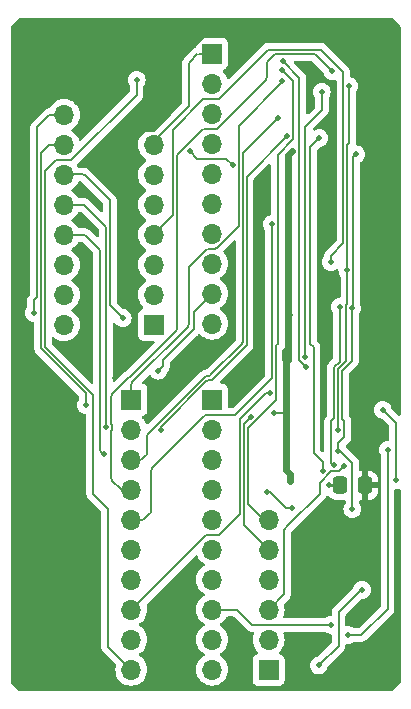
<source format=gbl>
G04 #@! TF.GenerationSoftware,KiCad,Pcbnew,8.0.5*
G04 #@! TF.CreationDate,2025-01-09T14:40:57-04:00*
G04 #@! TF.ProjectId,RAMAUXB_V2,52414d41-5558-4425-9f56-322e6b696361,rev?*
G04 #@! TF.SameCoordinates,Original*
G04 #@! TF.FileFunction,Copper,L2,Bot*
G04 #@! TF.FilePolarity,Positive*
%FSLAX46Y46*%
G04 Gerber Fmt 4.6, Leading zero omitted, Abs format (unit mm)*
G04 Created by KiCad (PCBNEW 8.0.5) date 2025-01-09 14:40:57*
%MOMM*%
%LPD*%
G01*
G04 APERTURE LIST*
G04 Aperture macros list*
%AMRoundRect*
0 Rectangle with rounded corners*
0 $1 Rounding radius*
0 $2 $3 $4 $5 $6 $7 $8 $9 X,Y pos of 4 corners*
0 Add a 4 corners polygon primitive as box body*
4,1,4,$2,$3,$4,$5,$6,$7,$8,$9,$2,$3,0*
0 Add four circle primitives for the rounded corners*
1,1,$1+$1,$2,$3*
1,1,$1+$1,$4,$5*
1,1,$1+$1,$6,$7*
1,1,$1+$1,$8,$9*
0 Add four rect primitives between the rounded corners*
20,1,$1+$1,$2,$3,$4,$5,0*
20,1,$1+$1,$4,$5,$6,$7,0*
20,1,$1+$1,$6,$7,$8,$9,0*
20,1,$1+$1,$8,$9,$2,$3,0*%
G04 Aperture macros list end*
G04 #@! TA.AperFunction,ComponentPad*
%ADD10R,1.700000X1.700000*%
G04 #@! TD*
G04 #@! TA.AperFunction,ComponentPad*
%ADD11O,1.700000X1.700000*%
G04 #@! TD*
G04 #@! TA.AperFunction,SMDPad,CuDef*
%ADD12RoundRect,0.250000X-0.337500X-0.475000X0.337500X-0.475000X0.337500X0.475000X-0.337500X0.475000X0*%
G04 #@! TD*
G04 #@! TA.AperFunction,ViaPad*
%ADD13C,0.500000*%
G04 #@! TD*
G04 #@! TA.AperFunction,Conductor*
%ADD14C,0.600000*%
G04 #@! TD*
G04 #@! TA.AperFunction,Conductor*
%ADD15C,0.150000*%
G04 #@! TD*
G04 #@! TA.AperFunction,Conductor*
%ADD16C,0.250000*%
G04 #@! TD*
G04 #@! TA.AperFunction,Conductor*
%ADD17C,0.200000*%
G04 #@! TD*
G04 APERTURE END LIST*
D10*
G04 #@! TO.P,J4,1,Pin_1*
G04 #@! TO.N,~{MCAS1}*
X99325000Y-143725000D03*
D11*
G04 #@! TO.P,J4,2,Pin_2*
G04 #@! TO.N,~{MCAS0}*
X99325000Y-141185000D03*
G04 #@! TO.P,J4,3,Pin_3*
G04 #@! TO.N,VID\u005C~{u}*
X99325000Y-138645000D03*
G04 #@! TO.P,J4,4,Pin_4*
G04 #@! TO.N,MC2M*
X99325000Y-136105000D03*
G04 #@! TO.P,J4,5,Pin_5*
G04 #@! TO.N,MRA9F*
X99325000Y-133565000D03*
G04 #@! TO.P,J4,6,Pin_6*
G04 #@! TO.N,MSRA8F*
X99325000Y-131025000D03*
G04 #@! TD*
D12*
G04 #@! TO.P,C3,1*
G04 #@! TO.N,VCC*
X105402500Y-128110000D03*
G04 #@! TO.P,C3,2*
G04 #@! TO.N,GND*
X107477500Y-128110000D03*
G04 #@! TD*
D10*
G04 #@! TO.P,J6,1,Pin_1*
G04 #@! TO.N,RA5*
X94550000Y-120850000D03*
D11*
G04 #@! TO.P,J6,2,Pin_2*
G04 #@! TO.N,RA5F*
X94550000Y-123390000D03*
G04 #@! TO.P,J6,3,Pin_3*
G04 #@! TO.N,RA7*
X94550000Y-125930000D03*
G04 #@! TO.P,J6,4,Pin_4*
G04 #@! TO.N,RA7F*
X94550000Y-128470000D03*
G04 #@! TO.P,J6,5,Pin_5*
G04 #@! TO.N,RA6*
X94550000Y-131010000D03*
G04 #@! TO.P,J6,6,Pin_6*
G04 #@! TO.N,RA6F*
X94550000Y-133550000D03*
G04 #@! TO.P,J6,7,Pin_7*
G04 #@! TO.N,~{CAS0F}*
X94550000Y-136090000D03*
G04 #@! TO.P,J6,8,Pin_8*
G04 #@! TO.N,~{CAS0}*
X94550000Y-138630000D03*
G04 #@! TO.P,J6,9,Pin_9*
G04 #@! TO.N,~{CAS1F}*
X94550000Y-141170000D03*
G04 #@! TO.P,J6,10,Pin_10*
G04 #@! TO.N,~{CAS1}*
X94550000Y-143710000D03*
G04 #@! TD*
D10*
G04 #@! TO.P,J2,1*
G04 #@! TO.N,DMA*
X89615000Y-114515000D03*
D11*
G04 #@! TO.P,J2,2*
G04 #@! TO.N,VID\u005C~{u}*
X89615000Y-111975000D03*
G04 #@! TO.P,J2,3*
G04 #@! TO.N,VA0*
X89615000Y-109435000D03*
G04 #@! TO.P,J2,4*
G04 #@! TO.N,VA8*
X89615000Y-106895000D03*
G04 #@! TO.P,J2,5*
G04 #@! TO.N,A1*
X89615000Y-104355000D03*
G04 #@! TO.P,J2,6*
G04 #@! TO.N,A9*
X89615000Y-101815000D03*
G04 #@! TO.P,J2,7*
G04 #@! TO.N,RA0*
X89615000Y-99275000D03*
G04 #@! TO.P,J2,8*
G04 #@! TO.N,GND*
X89615000Y-96735000D03*
G04 #@! TO.P,J2,9*
G04 #@! TO.N,RA1*
X81995000Y-96735000D03*
G04 #@! TO.P,J2,10*
G04 #@! TO.N,A10*
X81995000Y-99275000D03*
G04 #@! TO.P,J2,11*
G04 #@! TO.N,A2*
X81995000Y-101815000D03*
G04 #@! TO.P,J2,12*
G04 #@! TO.N,VA9*
X81995000Y-104355000D03*
G04 #@! TO.P,J2,13*
G04 #@! TO.N,VA1*
X81995000Y-106895000D03*
G04 #@! TO.P,J2,14*
G04 #@! TO.N,C2M*
X81995000Y-109435000D03*
G04 #@! TO.P,J2,15*
G04 #@! TO.N,unconnected-(J2-Pad15)*
X81995000Y-111975000D03*
G04 #@! TO.P,J2,16*
G04 #@! TO.N,VCC*
X81995000Y-114515000D03*
G04 #@! TD*
D10*
G04 #@! TO.P,J3,1,Pin_1*
G04 #@! TO.N,~{SNDPG2}*
X87700000Y-120855000D03*
D11*
G04 #@! TO.P,J3,2,Pin_2*
G04 #@! TO.N,~{DMA}*
X87700000Y-123395000D03*
G04 #@! TO.P,J3,3,Pin_3*
G04 #@! TO.N,VA6*
X87700000Y-125935000D03*
G04 #@! TO.P,J3,4,Pin_4*
G04 #@! TO.N,VA13*
X87700000Y-128475000D03*
G04 #@! TO.P,J3,5,Pin_5*
G04 #@! TO.N,A18*
X87700000Y-131015000D03*
G04 #@! TO.P,J3,6,Pin_6*
G04 #@! TO.N,VA5*
X87700000Y-133555000D03*
G04 #@! TO.P,J3,7,Pin_7*
G04 #@! TO.N,A17*
X87700000Y-136095000D03*
G04 #@! TO.P,J3,8,Pin_8*
G04 #@! TO.N,A20*
X87700000Y-138635000D03*
G04 #@! TO.P,J3,9,Pin_9*
G04 #@! TO.N,A19*
X87700000Y-141175000D03*
G04 #@! TO.P,J3,10,Pin_10*
G04 #@! TO.N,RA8*
X87700000Y-143715000D03*
G04 #@! TD*
D10*
G04 #@! TO.P,J5,1,Pin_1*
G04 #@! TO.N,RA0*
X94550000Y-91550000D03*
D11*
G04 #@! TO.P,J5,2,Pin_2*
G04 #@! TO.N,MSRA0F*
X94550000Y-94090000D03*
G04 #@! TO.P,J5,3,Pin_3*
G04 #@! TO.N,RA4F*
X94550000Y-96630000D03*
G04 #@! TO.P,J5,4,Pin_4*
G04 #@! TO.N,RA4*
X94550000Y-99170000D03*
G04 #@! TO.P,J5,5,Pin_5*
G04 #@! TO.N,RA2*
X94550000Y-101710000D03*
G04 #@! TO.P,J5,6,Pin_6*
G04 #@! TO.N,RA2F*
X94550000Y-104250000D03*
G04 #@! TO.P,J5,7,Pin_7*
G04 #@! TO.N,RA3*
X94550000Y-106790000D03*
G04 #@! TO.P,J5,8,Pin_8*
G04 #@! TO.N,RA3F*
X94550000Y-109330000D03*
G04 #@! TO.P,J5,9,Pin_9*
G04 #@! TO.N,MSRA1F*
X94550000Y-111870000D03*
G04 #@! TO.P,J5,10,Pin_10*
G04 #@! TO.N,RA1*
X94550000Y-114410000D03*
G04 #@! TD*
D13*
G04 #@! TO.N,GND*
X84290000Y-139920000D03*
X84150000Y-111480000D03*
X77930000Y-126196250D03*
X98400000Y-112300000D03*
X109200000Y-101370000D03*
X107660000Y-89100000D03*
X84850000Y-99870000D03*
X92390000Y-119040000D03*
X107900000Y-117470000D03*
X105930000Y-89990000D03*
X77930000Y-113793750D03*
X89490000Y-120750000D03*
X108940000Y-118830000D03*
X77930000Y-132397500D03*
X84290000Y-135010000D03*
X109780000Y-90470000D03*
X77930000Y-138598750D03*
X77930000Y-101391250D03*
X83720000Y-103330000D03*
X83800000Y-97810000D03*
X77930000Y-144772500D03*
X86340000Y-119050000D03*
X85620000Y-95860000D03*
X96620000Y-119100000D03*
X104790000Y-103280000D03*
X84140000Y-106030000D03*
X98780000Y-104350000D03*
X77930000Y-107592500D03*
X109100000Y-115629814D03*
X84140000Y-108340000D03*
X84290000Y-130100000D03*
X98450000Y-114890000D03*
X98770000Y-102300000D03*
X77930000Y-95190000D03*
X109180000Y-104780000D03*
G04 #@! TO.N,RA1*
X79470000Y-113500000D03*
G04 #@! TO.N,MSRA8F*
X100490000Y-92970000D03*
G04 #@! TO.N,MRA0*
X92668900Y-99838100D03*
X96295000Y-101000000D03*
G04 #@! TO.N,VA5*
X103930168Y-126876110D03*
X103630000Y-98710000D03*
G04 #@! TO.N,DMA*
X104840000Y-126405000D03*
X105335000Y-112985000D03*
G04 #@! TO.N,A18*
X99595000Y-106000000D03*
G04 #@! TO.N,VA8*
X104592911Y-109207089D03*
G04 #@! TO.N,MRA1*
X103830000Y-94780000D03*
X102425000Y-117232337D03*
G04 #@! TO.N,VCC*
X100740000Y-117410000D03*
X101150000Y-127740000D03*
X99780000Y-121970000D03*
X104430000Y-128070000D03*
X101300000Y-99800000D03*
X100740000Y-116710000D03*
X101118075Y-113650789D03*
G04 #@! TO.N,~{CAS0}*
X104580000Y-139910000D03*
G04 #@! TO.N,VID\u005C~{u}*
X105735000Y-126455000D03*
G04 #@! TO.N,C2M*
X106730000Y-100090000D03*
X105200000Y-125160000D03*
X106420000Y-130120000D03*
X106387089Y-113072911D03*
G04 #@! TO.N,VA13*
X104715000Y-93047600D03*
G04 #@! TO.N,~{DMA}*
X100885500Y-98551700D03*
X90197000Y-123390000D03*
G04 #@! TO.N,MSRA1F*
X90000000Y-118400000D03*
G04 #@! TO.N,Net-(U1-Zd)*
X100510000Y-92190000D03*
X102455000Y-118070000D03*
G04 #@! TO.N,~{SNDPG2}*
X100480000Y-93850000D03*
G04 #@! TO.N,VA6*
X100090600Y-96995600D03*
G04 #@! TO.N,A10*
X83860000Y-121330000D03*
G04 #@! TO.N,A19*
X110100000Y-127660000D03*
X108977577Y-121697577D03*
G04 #@! TO.N,A2*
X86970000Y-113950000D03*
G04 #@! TO.N,A20*
X99480000Y-120250000D03*
G04 #@! TO.N,VA1*
X85349400Y-125495200D03*
G04 #@! TO.N,VA9*
X85551800Y-123178800D03*
G04 #@! TO.N,MRA9F*
X97800000Y-122340000D03*
G04 #@! TO.N,PULLUP*
X105200000Y-123400000D03*
X106165000Y-94310000D03*
X106000000Y-109900000D03*
G04 #@! TO.N,~{MCAS1}*
X99214695Y-128645914D03*
X101310000Y-130010000D03*
X107240000Y-136960000D03*
X103560000Y-143360000D03*
G04 #@! TO.N,~{MCAS0}*
X106055000Y-140780000D03*
X109415000Y-125080000D03*
G04 #@! TO.N,RA8*
X88150000Y-93760000D03*
G04 #@! TD*
D14*
G04 #@! TO.N,GND*
X107660000Y-89100000D02*
X109480000Y-89100000D01*
X109210000Y-101360000D02*
X109200000Y-101370000D01*
X89615000Y-96735000D02*
X90305000Y-96735000D01*
X109210000Y-104810000D02*
X109180000Y-104780000D01*
X90305000Y-95885000D02*
X90305000Y-96735000D01*
X94500000Y-89100000D02*
X107660000Y-89100000D01*
X109470000Y-118830000D02*
X110080000Y-118220000D01*
X110080000Y-107810000D02*
X110080000Y-106002000D01*
X88440000Y-97220000D02*
X88440000Y-96280000D01*
X88915000Y-96490000D02*
X89615000Y-95790000D01*
X110080000Y-102995000D02*
X110080000Y-106002000D01*
X110080000Y-118220000D02*
X110080000Y-116695000D01*
X109490000Y-89090000D02*
X110006777Y-89606777D01*
X109100000Y-115629814D02*
X109141786Y-115671600D01*
X90395000Y-95885000D02*
X90305000Y-95885000D01*
X89630000Y-96750000D02*
X89160000Y-97220000D01*
X89520000Y-97830000D02*
X90930000Y-96420000D01*
X88915000Y-96735000D02*
X88915000Y-96490000D01*
X110080000Y-101360000D02*
X110080000Y-102995000D01*
X110080000Y-104810000D02*
X109210000Y-104810000D01*
X89615000Y-95790000D02*
X89615000Y-93985000D01*
X109141786Y-115671600D02*
X109896644Y-115671600D01*
X89160000Y-97220000D02*
X88440000Y-97220000D01*
X108940000Y-118830000D02*
X109470000Y-118830000D01*
X109480000Y-89100000D02*
X109490000Y-89090000D01*
X89615000Y-95100000D02*
X89615000Y-95105000D01*
X110080000Y-116695000D02*
X110070000Y-116685000D01*
X89050000Y-97830000D02*
X89520000Y-97830000D01*
X88440000Y-97220000D02*
X89050000Y-97830000D01*
X89615000Y-95105000D02*
X89615000Y-95790000D01*
X110080000Y-116695000D02*
X110080000Y-114132000D01*
X90305000Y-96480000D02*
X89615000Y-95790000D01*
X90930000Y-96420000D02*
X90395000Y-95885000D01*
X110080000Y-89783553D02*
X110080000Y-101360000D01*
X110070000Y-116685000D02*
X110070000Y-107820000D01*
X89615000Y-96735000D02*
X88915000Y-96735000D01*
X88440000Y-96280000D02*
X89615000Y-95105000D01*
X89615000Y-95105000D02*
X90395000Y-95885000D01*
X89615000Y-93985000D02*
X94500000Y-89100000D01*
X110080000Y-101360000D02*
X109210000Y-101360000D01*
X89615000Y-96735000D02*
X89615000Y-95790000D01*
X90305000Y-96735000D02*
X90305000Y-96480000D01*
X110006777Y-89606777D02*
G75*
G02*
X110080033Y-89783553I-176777J-176823D01*
G01*
D15*
G04 #@! TO.N,RA0*
X92590000Y-96010000D02*
X89615000Y-98985000D01*
X92590000Y-92443553D02*
X92590000Y-96010000D01*
X94550000Y-91550000D02*
X93483553Y-91550000D01*
X93306776Y-91623224D02*
X92663223Y-92266777D01*
X93483553Y-91550000D02*
G75*
G03*
X93306799Y-91623247I47J-250000D01*
G01*
X92663223Y-92266777D02*
G75*
G03*
X92589967Y-92443553I176777J-176823D01*
G01*
G04 #@! TO.N,RA1*
X79470000Y-113500000D02*
X79470000Y-112420000D01*
X79720000Y-97790000D02*
X80760000Y-96750000D01*
X79720000Y-112170000D02*
X79720000Y-97790000D01*
X80760000Y-96750000D02*
X82000000Y-96750000D01*
X79470000Y-112420000D02*
X79720000Y-112170000D01*
G04 #@! TO.N,MSRA8F*
X100100000Y-116150000D02*
X99990000Y-116260000D01*
X97560000Y-123294178D02*
X97560000Y-129670000D01*
X100490000Y-92970000D02*
X101426655Y-93906655D01*
X100100000Y-100146828D02*
X100100000Y-116150000D01*
X99990000Y-116260000D02*
X99990000Y-120864178D01*
X101426655Y-98820173D02*
X100100000Y-100146828D01*
X99990000Y-120864178D02*
X97560000Y-123294178D01*
X101426655Y-93906655D02*
X101426655Y-98820173D01*
X97560000Y-129670000D02*
X98915000Y-131025000D01*
G04 #@! TO.N,MRA0*
X93290800Y-100460000D02*
X92668900Y-99838100D01*
X96295000Y-101000000D02*
X95755000Y-100460000D01*
X95755000Y-100460000D02*
X93290800Y-100460000D01*
G04 #@! TO.N,VA5*
X103930168Y-126150168D02*
X103140000Y-125360000D01*
X103140000Y-125360000D02*
X103140000Y-116397022D01*
X103140000Y-116397022D02*
X102850000Y-116107022D01*
X102850000Y-116107022D02*
X102850000Y-99490000D01*
X103930168Y-126876110D02*
X103930168Y-126150168D01*
X102850000Y-99490000D02*
X103630000Y-98710000D01*
G04 #@! TO.N,DMA*
X104630000Y-122680000D02*
X104870000Y-122440000D01*
X104870000Y-118090000D02*
X105335000Y-117625000D01*
X105335000Y-117625000D02*
X105335000Y-112985000D01*
X104840000Y-126405000D02*
X104630000Y-126195000D01*
X104870000Y-122440000D02*
X104870000Y-118090000D01*
X104630000Y-126195000D02*
X104630000Y-122680000D01*
G04 #@! TO.N,A18*
X96488310Y-122141690D02*
X94024163Y-122141690D01*
X96488310Y-122141690D02*
X99600000Y-119030000D01*
X88631447Y-131015000D02*
X87700000Y-131015000D01*
X99595000Y-106000000D02*
X99600000Y-106005000D01*
X89400000Y-126813553D02*
X89400000Y-130246447D01*
X99600000Y-106005000D02*
X99600000Y-119030000D01*
X93896776Y-122213224D02*
X89473223Y-126636777D01*
X89326776Y-130423224D02*
X88808223Y-130941777D01*
X89400000Y-130246447D02*
G75*
G02*
X89326753Y-130423201I-250000J47D01*
G01*
X88808223Y-130941777D02*
G75*
G02*
X88631447Y-131015033I-176823J176777D01*
G01*
X89473223Y-126636777D02*
G75*
G03*
X89399967Y-126813553I176777J-176823D01*
G01*
X94024163Y-122141690D02*
G75*
G03*
X93896777Y-122213225I75037J-282810D01*
G01*
G04 #@! TO.N,VA8*
X104600000Y-108670000D02*
X105660000Y-107610000D01*
X93822907Y-95399507D02*
X93786776Y-95433224D01*
X91149976Y-105310024D02*
X89550000Y-106910000D01*
X105660000Y-107610000D02*
X105660000Y-93123553D01*
X91221510Y-105182637D02*
X91183693Y-105273893D01*
X105660000Y-93123553D02*
X103770837Y-91234390D01*
X104592911Y-109207089D02*
X104600000Y-109200000D01*
X93914163Y-95361690D02*
X93822907Y-95399507D01*
X99286457Y-91234390D02*
X95160847Y-95360000D01*
X93963553Y-95360000D02*
X93914163Y-95361690D01*
X95160847Y-95360000D02*
X93963553Y-95360000D01*
X91183693Y-105273893D02*
X91149976Y-105310024D01*
X93786776Y-95433224D02*
X91223200Y-97996800D01*
X103770837Y-91234390D02*
X99286457Y-91234390D01*
X104600000Y-109200000D02*
X104600000Y-108670000D01*
X91223200Y-105133247D02*
X91221510Y-105182637D01*
X91223200Y-97996800D02*
X91223200Y-105133247D01*
G04 #@! TO.N,MRA1*
X102390000Y-97770000D02*
X102390000Y-116850000D01*
X102390000Y-116850000D02*
X102425000Y-116885000D01*
X103840000Y-94790000D02*
X103840000Y-96320000D01*
X103830000Y-94780000D02*
X103840000Y-94790000D01*
X103840000Y-96320000D02*
X102390000Y-97770000D01*
X102425000Y-116885000D02*
X102425000Y-117232337D01*
D14*
G04 #@! TO.N,VCC*
X101150000Y-127740000D02*
X101150000Y-127160000D01*
D16*
X104430000Y-128070000D02*
X105162500Y-128070000D01*
D17*
X99800000Y-121990000D02*
X100830000Y-121990000D01*
D14*
X100830000Y-117100000D02*
X100880000Y-117050000D01*
X100830000Y-126840000D02*
X100830000Y-121990000D01*
X101000000Y-100100000D02*
X101000000Y-113532714D01*
X100870000Y-117410000D02*
X100740000Y-117280000D01*
X101150000Y-127160000D02*
X100830000Y-126840000D01*
D17*
X99780000Y-121970000D02*
X99800000Y-121990000D01*
D14*
X100830000Y-121990000D02*
X100830000Y-117330000D01*
X101300000Y-99800000D02*
X101000000Y-100100000D01*
X100740000Y-117280000D02*
X100740000Y-116710000D01*
X100998075Y-113620789D02*
X100998075Y-117498075D01*
X100740000Y-117410000D02*
X100740000Y-116710000D01*
D15*
G04 #@! TO.N,~{CAS0}*
X104580000Y-139910000D02*
X97920000Y-139910000D01*
X97920000Y-139910000D02*
X96640000Y-138630000D01*
X96640000Y-138630000D02*
X94550000Y-138630000D01*
G04 #@! TO.N,VID\u005C~{u}*
X105280000Y-126910000D02*
X104650000Y-126910000D01*
X103680000Y-128830000D02*
X101003310Y-131506690D01*
X100640000Y-131860000D02*
X100640000Y-137330000D01*
X101003310Y-131506690D02*
X100993310Y-131506690D01*
X103680000Y-127880000D02*
X103680000Y-128830000D01*
X105735000Y-126455000D02*
X105280000Y-126910000D01*
X104650000Y-126910000D02*
X103680000Y-127880000D01*
X100993310Y-131506690D02*
X100640000Y-131860000D01*
X100640000Y-137330000D02*
X99325000Y-138645000D01*
G04 #@! TO.N,C2M*
X106387089Y-113072911D02*
X106387089Y-112937460D01*
X105530000Y-118430000D02*
X106387089Y-117572911D01*
X105200000Y-124560000D02*
X105750000Y-124010000D01*
X105200000Y-125160000D02*
X105364178Y-125160000D01*
X106505000Y-100315000D02*
X106505000Y-112955000D01*
X105750000Y-124010000D02*
X105750000Y-122690000D01*
X105200000Y-125160000D02*
X105200000Y-124560000D01*
X105364178Y-125160000D02*
X106420000Y-126215822D01*
X106505000Y-112955000D02*
X106387089Y-113072911D01*
X105530000Y-122470000D02*
X105530000Y-118430000D01*
X105750000Y-122690000D02*
X105530000Y-122470000D01*
X106420000Y-126215822D02*
X106420000Y-130120000D01*
X106730000Y-100090000D02*
X106505000Y-100315000D01*
X106387089Y-117572911D02*
X106387089Y-113072911D01*
G04 #@! TO.N,VA13*
X93747576Y-97973224D02*
X91626423Y-100094377D01*
X99092676Y-93797324D02*
X94990000Y-97900000D01*
X86093224Y-127703224D02*
X86791777Y-128401777D01*
X99165900Y-92397653D02*
X99165900Y-93544047D01*
X99815876Y-91644124D02*
X99239123Y-92220877D01*
X103134747Y-91570900D02*
X99992653Y-91570900D01*
X87518900Y-118940400D02*
X86093223Y-120366077D01*
X86056800Y-122969622D02*
X86056800Y-123387978D01*
X99092676Y-93720824D02*
X99092676Y-93797324D01*
X86056800Y-123387978D02*
X86020000Y-123424778D01*
X86020000Y-120542853D02*
X86020000Y-122932822D01*
X86020000Y-122932822D02*
X86056800Y-122969622D01*
X86020000Y-123424778D02*
X86020000Y-127526447D01*
X104715000Y-93047600D02*
X103311523Y-91644123D01*
X91553200Y-100271153D02*
X91553200Y-114888147D01*
X94990000Y-97900000D02*
X93924353Y-97900000D01*
X91479976Y-115064924D02*
X87604500Y-118940400D01*
X86791777Y-128401777D02*
G75*
G03*
X86968553Y-128475033I176823J176777D01*
G01*
X91626423Y-100094377D02*
G75*
G03*
X91553167Y-100271153I176777J-176823D01*
G01*
X91553200Y-114888147D02*
G75*
G02*
X91479953Y-115064901I-250000J47D01*
G01*
X99992653Y-91570900D02*
G75*
G03*
X99815899Y-91644147I47J-250000D01*
G01*
X99165900Y-93544047D02*
G75*
G02*
X99092653Y-93720801I-250000J47D01*
G01*
X103311523Y-91644123D02*
G75*
G03*
X103134747Y-91570867I-176823J-176777D01*
G01*
X93924353Y-97900000D02*
G75*
G03*
X93747599Y-97973247I47J-250000D01*
G01*
X86093224Y-127703224D02*
G75*
G02*
X86019967Y-127526447I176776J176824D01*
G01*
X86093223Y-120366077D02*
G75*
G03*
X86019967Y-120542853I176777J-176823D01*
G01*
X99239123Y-92220877D02*
G75*
G03*
X99165867Y-92397653I176777J-176823D01*
G01*
G04 #@! TO.N,~{DMA}*
X94513890Y-119201310D02*
X97468800Y-116246400D01*
X90197000Y-123238953D02*
X90198690Y-123189563D01*
X97468800Y-101968400D02*
X100885500Y-98551700D01*
X90270224Y-123062176D02*
X94056177Y-119276223D01*
X94458037Y-119201310D02*
X94513890Y-119201310D01*
X97468800Y-116195846D02*
X97468800Y-101968400D01*
X94183557Y-119204657D02*
X94232953Y-119203000D01*
X94056177Y-119276223D02*
X94092290Y-119242478D01*
X90198690Y-123189563D02*
X90236507Y-123098307D01*
X94092290Y-119242478D02*
X94183557Y-119204657D01*
X90236507Y-123098307D02*
X90270224Y-123062176D01*
X94232953Y-119203000D02*
X94408647Y-119203000D01*
X94408647Y-119203000D02*
X94458037Y-119201310D01*
X90197000Y-123390000D02*
X90197000Y-123238953D01*
G04 #@! TO.N,MSRA1F*
X90400000Y-118000000D02*
X90400000Y-117502500D01*
X90400000Y-117502500D02*
X92926776Y-114975724D01*
X90000000Y-118400000D02*
X90400000Y-118000000D01*
X92998343Y-114848344D02*
X92998343Y-113421657D01*
X92998343Y-113421657D02*
X94550000Y-111870000D01*
X92926776Y-114975724D02*
G75*
G03*
X92998344Y-114848344I-211676J202724D01*
G01*
G04 #@! TO.N,Net-(U1-Zd)*
X101920000Y-93600000D02*
X100510000Y-92190000D01*
X101920000Y-117535000D02*
X101920000Y-93600000D01*
X102455000Y-118070000D02*
X101920000Y-117535000D01*
G04 #@! TO.N,~{SNDPG2}*
X87700000Y-119544053D02*
X87700000Y-120855000D01*
X92547800Y-109812653D02*
X92547800Y-114489147D01*
X94941423Y-107986777D02*
X96800000Y-106128200D01*
X94764647Y-108060000D02*
X94300453Y-108060000D01*
X100480000Y-93969000D02*
X96800000Y-97649000D01*
X94123676Y-108133224D02*
X92621023Y-109635877D01*
X92474576Y-114665924D02*
X87773223Y-119367277D01*
X100480000Y-93850000D02*
X100480000Y-93969000D01*
X96800000Y-97649000D02*
X96800000Y-106128200D01*
X87773223Y-119367277D02*
G75*
G03*
X87699967Y-119544053I176777J-176823D01*
G01*
X94300453Y-108060000D02*
G75*
G03*
X94123699Y-108133247I47J-250000D01*
G01*
X92621023Y-109635877D02*
G75*
G03*
X92547767Y-109812653I176777J-176823D01*
G01*
X92547800Y-114489147D02*
G75*
G02*
X92474553Y-114665901I-250000J47D01*
G01*
X94941423Y-107986777D02*
G75*
G02*
X94764647Y-108060033I-176823J176777D01*
G01*
G04 #@! TO.N,VA6*
X93921286Y-118944424D02*
X89134923Y-123730787D01*
X88988476Y-125511524D02*
X88638223Y-125861777D01*
X97138800Y-100050953D02*
X97138800Y-115953947D01*
X89061700Y-123907563D02*
X89061700Y-125334747D01*
X100090600Y-96995600D02*
X97212023Y-99874177D01*
X97065576Y-116130724D02*
X94398323Y-118797977D01*
X94221547Y-118871200D02*
X94098063Y-118871200D01*
X94398323Y-118797977D02*
G75*
G02*
X94221547Y-118871233I-176823J176777D01*
G01*
X88988476Y-125511524D02*
G75*
G03*
X89061733Y-125334747I-176776J176824D01*
G01*
X93921286Y-118944424D02*
G75*
G02*
X94098063Y-118871174I176814J-176776D01*
G01*
X97138800Y-100050953D02*
G75*
G02*
X97212046Y-99874200I250000J-47D01*
G01*
X89134923Y-123730787D02*
G75*
G03*
X89061674Y-123907563I176777J-176813D01*
G01*
X97138800Y-115953947D02*
G75*
G02*
X97065553Y-116130701I-250000J47D01*
G01*
X88461447Y-125935000D02*
G75*
G03*
X88638200Y-125861754I-47J250000D01*
G01*
G04 #@! TO.N,A10*
X83860000Y-121330000D02*
X83860000Y-120330000D01*
X80050000Y-99982368D02*
X80702890Y-99329478D01*
X83860000Y-120330000D02*
X80050000Y-116520000D01*
X80050000Y-116520000D02*
X80050000Y-99982368D01*
X80843553Y-99290000D02*
X82000000Y-99290000D01*
X80702890Y-99329478D02*
G75*
G02*
X80843553Y-99289978I147210J-254022D01*
G01*
G04 #@! TO.N,A19*
X110100000Y-127660000D02*
X110100000Y-122820000D01*
X110100000Y-122820000D02*
X108977577Y-121697577D01*
G04 #@! TO.N,A2*
X86970000Y-113950000D02*
X85900000Y-112880000D01*
X85900000Y-103980000D02*
X83773224Y-101853224D01*
X85900000Y-112880000D02*
X85900000Y-103980000D01*
X83596447Y-101780000D02*
X82050000Y-101780000D01*
X83773224Y-101853224D02*
G75*
G03*
X83596447Y-101779967I-176824J-176776D01*
G01*
G04 #@! TO.N,A20*
X99100000Y-120250000D02*
X99480000Y-120250000D01*
X99100000Y-120250000D02*
X96900000Y-122450000D01*
X87715000Y-138635000D02*
X94036777Y-132313223D01*
X96900000Y-130500000D02*
X95086777Y-132313223D01*
X95086777Y-132313223D02*
X94036777Y-132313223D01*
X96900000Y-122450000D02*
X96900000Y-130500000D01*
G04 #@! TO.N,VA1*
X85046800Y-122969622D02*
X85046800Y-125089047D01*
X82000000Y-106910000D02*
X83676447Y-106910000D01*
X83853224Y-106983224D02*
X84986777Y-108116777D01*
X85120024Y-125265824D02*
X85349400Y-125495200D01*
X85060000Y-108293553D02*
X85060000Y-122956422D01*
X85060000Y-122956422D02*
X85046800Y-122969622D01*
X85046800Y-125089047D02*
G75*
G03*
X85120047Y-125265801I250000J47D01*
G01*
X84986777Y-108116777D02*
G75*
G02*
X85060033Y-108293553I-176777J-176823D01*
G01*
X83676447Y-106910000D02*
G75*
G02*
X83853201Y-106983247I-47J-250000D01*
G01*
G04 #@! TO.N,VA9*
X83803224Y-104433224D02*
X85478577Y-106108577D01*
X85551800Y-106285353D02*
X85551800Y-123178800D01*
X82010000Y-104360000D02*
X83626447Y-104360000D01*
X83803224Y-104433224D02*
G75*
G03*
X83626447Y-104359967I-176824J-176776D01*
G01*
X85478577Y-106108577D02*
G75*
G02*
X85551833Y-106285353I-176777J-176823D01*
G01*
G04 #@! TO.N,MRA9F*
X97230000Y-131470000D02*
X99325000Y-133565000D01*
X97230000Y-122910000D02*
X97230000Y-131470000D01*
X97800000Y-122340000D02*
X97230000Y-122910000D01*
G04 #@! TO.N,PULLUP*
X105882089Y-117611221D02*
X105200000Y-118293310D01*
X106150000Y-94325000D02*
X106150000Y-99140822D01*
X105200000Y-123300000D02*
X105100000Y-123400000D01*
X106000000Y-99290822D02*
X106000000Y-109900000D01*
X106165000Y-94310000D02*
X106150000Y-94325000D01*
X105882089Y-112863733D02*
X105882089Y-117611221D01*
X106000000Y-109900000D02*
X106000000Y-112745822D01*
X106150000Y-99140822D02*
X106000000Y-99290822D01*
X105200000Y-118293310D02*
X105200000Y-123300000D01*
X106000000Y-112745822D02*
X105882089Y-112863733D01*
G04 #@! TO.N,~{MCAS1}*
X105250000Y-138870000D02*
X107160000Y-136960000D01*
X100810000Y-130010000D02*
X101310000Y-130010000D01*
X107160000Y-136960000D02*
X107240000Y-136960000D01*
X103560000Y-143360000D02*
X105250000Y-141670000D01*
X105250000Y-141670000D02*
X105250000Y-138870000D01*
X99214695Y-128645914D02*
X99445914Y-128645914D01*
X99445914Y-128645914D02*
X100810000Y-130010000D01*
G04 #@! TO.N,~{MCAS0}*
X109400000Y-127790000D02*
X109415000Y-127775000D01*
X106055000Y-140780000D02*
X107190000Y-140780000D01*
X107190000Y-140780000D02*
X109400000Y-138570000D01*
X109415000Y-127775000D02*
X109415000Y-125080000D01*
X109400000Y-138570000D02*
X109400000Y-127790000D01*
G04 #@! TO.N,RA8*
X85750000Y-141765000D02*
X87700000Y-143715000D01*
X81310000Y-100550000D02*
X80380000Y-101480000D01*
X85750000Y-130080847D02*
X85750000Y-141765000D01*
X88150000Y-95027537D02*
X82627537Y-100550000D01*
X84480000Y-128810847D02*
X85750000Y-130080847D01*
X82627537Y-100550000D02*
X81310000Y-100550000D01*
X84480000Y-120483310D02*
X84480000Y-128810847D01*
X80380000Y-101480000D02*
X80380000Y-116383310D01*
X88150000Y-93760000D02*
X88150000Y-95027537D01*
X80380000Y-116383310D02*
X84480000Y-120483310D01*
G04 #@! TD*
G04 #@! TA.AperFunction,Conductor*
G04 #@! TO.N,GND*
G36*
X109808363Y-88550185D02*
G01*
X109829005Y-88566819D01*
X110463181Y-89200995D01*
X110496666Y-89262318D01*
X110499500Y-89288676D01*
X110499500Y-122106258D01*
X110479815Y-122173297D01*
X110427011Y-122219052D01*
X110357853Y-122228996D01*
X110294297Y-122199971D01*
X110287819Y-122193939D01*
X109756061Y-121662181D01*
X109722576Y-121600858D01*
X109720523Y-121588398D01*
X109713890Y-121529518D01*
X109658033Y-121369887D01*
X109658030Y-121369882D01*
X109658029Y-121369879D01*
X109568058Y-121226692D01*
X109568053Y-121226686D01*
X109448467Y-121107100D01*
X109448461Y-121107095D01*
X109305274Y-121017124D01*
X109305271Y-121017122D01*
X109145633Y-120961262D01*
X108977580Y-120942328D01*
X108977574Y-120942328D01*
X108809520Y-120961262D01*
X108649882Y-121017122D01*
X108649879Y-121017124D01*
X108506692Y-121107095D01*
X108506686Y-121107100D01*
X108387100Y-121226686D01*
X108387095Y-121226692D01*
X108297124Y-121369879D01*
X108297122Y-121369882D01*
X108241262Y-121529520D01*
X108222328Y-121697574D01*
X108222328Y-121697579D01*
X108241262Y-121865633D01*
X108297122Y-122025271D01*
X108297124Y-122025274D01*
X108387095Y-122168461D01*
X108387100Y-122168467D01*
X108506686Y-122288053D01*
X108506692Y-122288058D01*
X108649879Y-122378029D01*
X108649885Y-122378032D01*
X108649887Y-122378033D01*
X108809518Y-122433890D01*
X108868383Y-122440522D01*
X108932796Y-122467587D01*
X108942181Y-122476061D01*
X109488181Y-123022061D01*
X109521666Y-123083384D01*
X109524500Y-123109742D01*
X109524500Y-124201600D01*
X109504815Y-124268639D01*
X109452011Y-124314394D01*
X109414384Y-124324820D01*
X109246943Y-124343685D01*
X109087305Y-124399545D01*
X109087302Y-124399547D01*
X108944115Y-124489518D01*
X108944109Y-124489523D01*
X108824523Y-124609109D01*
X108824518Y-124609115D01*
X108734547Y-124752302D01*
X108734545Y-124752305D01*
X108678685Y-124911943D01*
X108659751Y-125079997D01*
X108659751Y-125080002D01*
X108678685Y-125248056D01*
X108734545Y-125407693D01*
X108820493Y-125544476D01*
X108839500Y-125610449D01*
X108839500Y-127641927D01*
X108835275Y-127674019D01*
X108824500Y-127714232D01*
X108824500Y-138280258D01*
X108804815Y-138347297D01*
X108788181Y-138367939D01*
X106987939Y-140168181D01*
X106926616Y-140201666D01*
X106900258Y-140204500D01*
X106585450Y-140204500D01*
X106519478Y-140185494D01*
X106382692Y-140099545D01*
X106382691Y-140099544D01*
X106382690Y-140099544D01*
X106344370Y-140086135D01*
X106223056Y-140043685D01*
X106055003Y-140024751D01*
X106054996Y-140024751D01*
X105963383Y-140035073D01*
X105894561Y-140023018D01*
X105843182Y-139975669D01*
X105825500Y-139911853D01*
X105825500Y-139159741D01*
X105845185Y-139092702D01*
X105861814Y-139072065D01*
X107185237Y-137748641D01*
X107246558Y-137715158D01*
X107259024Y-137713105D01*
X107327123Y-137705432D01*
X107408055Y-137696314D01*
X107408057Y-137696313D01*
X107408059Y-137696313D01*
X107567690Y-137640456D01*
X107567692Y-137640454D01*
X107567694Y-137640454D01*
X107567697Y-137640452D01*
X107710884Y-137550481D01*
X107710885Y-137550480D01*
X107710890Y-137550477D01*
X107830477Y-137430890D01*
X107830481Y-137430884D01*
X107920452Y-137287697D01*
X107920454Y-137287694D01*
X107920454Y-137287692D01*
X107920456Y-137287690D01*
X107976313Y-137128059D01*
X107976313Y-137128058D01*
X107976314Y-137128056D01*
X107995249Y-136960002D01*
X107995249Y-136959997D01*
X107976314Y-136791943D01*
X107920454Y-136632305D01*
X107920452Y-136632302D01*
X107830481Y-136489115D01*
X107830476Y-136489109D01*
X107710890Y-136369523D01*
X107710884Y-136369518D01*
X107567697Y-136279547D01*
X107567694Y-136279545D01*
X107408056Y-136223685D01*
X107240003Y-136204751D01*
X107239997Y-136204751D01*
X107071943Y-136223685D01*
X106912305Y-136279545D01*
X106912302Y-136279547D01*
X106769115Y-136369518D01*
X106769109Y-136369523D01*
X106649523Y-136489109D01*
X106649518Y-136489115D01*
X106559547Y-136632302D01*
X106559542Y-136632313D01*
X106507386Y-136781366D01*
X106478026Y-136828092D01*
X104896635Y-138409485D01*
X104789487Y-138516632D01*
X104789485Y-138516635D01*
X104713719Y-138647863D01*
X104674500Y-138794234D01*
X104674500Y-139033290D01*
X104654815Y-139100329D01*
X104602011Y-139146084D01*
X104564384Y-139156510D01*
X104411943Y-139173685D01*
X104252307Y-139229545D01*
X104115522Y-139315494D01*
X104049550Y-139334500D01*
X100688234Y-139334500D01*
X100621195Y-139314815D01*
X100575440Y-139262011D01*
X100565496Y-139192853D01*
X100575852Y-139158095D01*
X100598903Y-139108663D01*
X100660063Y-138880408D01*
X100680659Y-138645000D01*
X100660063Y-138409592D01*
X100618200Y-138253355D01*
X100619863Y-138183509D01*
X100650292Y-138133586D01*
X101100515Y-137683365D01*
X101176281Y-137552135D01*
X101215500Y-137405766D01*
X101215500Y-137254233D01*
X101215500Y-132149742D01*
X101235185Y-132082703D01*
X101251815Y-132062064D01*
X101321474Y-131992404D01*
X101347152Y-131972702D01*
X101356675Y-131967205D01*
X104140514Y-129183366D01*
X104141191Y-129182195D01*
X104144009Y-129177315D01*
X104151574Y-129164211D01*
X104216281Y-129052135D01*
X104219127Y-129041512D01*
X104255490Y-128981852D01*
X104318337Y-128951321D01*
X104387713Y-128959615D01*
X104441591Y-129004099D01*
X104444441Y-129008508D01*
X104471349Y-129052135D01*
X104472288Y-129053656D01*
X104596344Y-129177712D01*
X104745666Y-129269814D01*
X104912203Y-129324999D01*
X105014991Y-129335500D01*
X105720500Y-129335499D01*
X105787539Y-129355183D01*
X105833294Y-129407987D01*
X105844500Y-129459499D01*
X105844500Y-129589550D01*
X105825494Y-129655522D01*
X105739545Y-129792307D01*
X105683685Y-129951943D01*
X105664751Y-130119997D01*
X105664751Y-130120002D01*
X105683685Y-130288056D01*
X105739545Y-130447694D01*
X105739547Y-130447697D01*
X105829518Y-130590884D01*
X105829523Y-130590890D01*
X105949109Y-130710476D01*
X105949115Y-130710481D01*
X106092302Y-130800452D01*
X106092305Y-130800454D01*
X106092309Y-130800455D01*
X106092310Y-130800456D01*
X106164913Y-130825860D01*
X106251943Y-130856314D01*
X106419997Y-130875249D01*
X106420000Y-130875249D01*
X106420003Y-130875249D01*
X106588056Y-130856314D01*
X106588059Y-130856313D01*
X106747690Y-130800456D01*
X106747692Y-130800454D01*
X106747694Y-130800454D01*
X106747697Y-130800452D01*
X106890884Y-130710481D01*
X106890885Y-130710480D01*
X106890890Y-130710477D01*
X107010477Y-130590890D01*
X107027743Y-130563412D01*
X107100452Y-130447697D01*
X107100454Y-130447694D01*
X107100454Y-130447692D01*
X107100456Y-130447690D01*
X107156313Y-130288059D01*
X107156313Y-130288058D01*
X107156314Y-130288056D01*
X107175249Y-130120002D01*
X107175249Y-130119997D01*
X107156314Y-129951943D01*
X107123691Y-129858712D01*
X107100456Y-129792310D01*
X107031338Y-129682310D01*
X107014506Y-129655522D01*
X106995500Y-129589550D01*
X106995500Y-129458999D01*
X107015185Y-129391960D01*
X107067989Y-129346205D01*
X107119500Y-129334999D01*
X107227499Y-129334999D01*
X107727500Y-129334999D01*
X107864972Y-129334999D01*
X107864986Y-129334998D01*
X107967697Y-129324505D01*
X108134119Y-129269358D01*
X108134124Y-129269356D01*
X108283345Y-129177315D01*
X108407315Y-129053345D01*
X108499356Y-128904124D01*
X108499358Y-128904119D01*
X108554505Y-128737697D01*
X108554506Y-128737690D01*
X108564999Y-128634986D01*
X108565000Y-128634973D01*
X108565000Y-128360000D01*
X107727500Y-128360000D01*
X107727500Y-129334999D01*
X107227499Y-129334999D01*
X107227500Y-129334998D01*
X107227500Y-127860000D01*
X107727500Y-127860000D01*
X108564999Y-127860000D01*
X108564999Y-127585028D01*
X108564998Y-127585013D01*
X108554505Y-127482302D01*
X108499358Y-127315880D01*
X108499356Y-127315875D01*
X108407315Y-127166654D01*
X108283345Y-127042684D01*
X108134124Y-126950643D01*
X108134119Y-126950641D01*
X107967697Y-126895494D01*
X107967690Y-126895493D01*
X107864986Y-126885000D01*
X107727500Y-126885000D01*
X107727500Y-127860000D01*
X107227500Y-127860000D01*
X107227500Y-126885000D01*
X107119500Y-126885000D01*
X107052461Y-126865315D01*
X107006706Y-126812511D01*
X106995500Y-126761000D01*
X106995500Y-126140058D01*
X106995500Y-126140056D01*
X106956281Y-125993687D01*
X106880515Y-125862457D01*
X106773365Y-125755307D01*
X105916664Y-124898606D01*
X105887302Y-124851876D01*
X105880457Y-124832313D01*
X105880456Y-124832310D01*
X105879475Y-124830749D01*
X105879149Y-124829597D01*
X105877438Y-124826044D01*
X105878060Y-124825744D01*
X105860472Y-124763516D01*
X105880836Y-124696680D01*
X105896775Y-124677103D01*
X106210514Y-124363366D01*
X106223109Y-124341552D01*
X106286281Y-124232135D01*
X106302357Y-124172139D01*
X106325500Y-124085767D01*
X106325500Y-123934234D01*
X106325500Y-122614234D01*
X106286281Y-122467865D01*
X106286120Y-122467587D01*
X106266665Y-122433889D01*
X106210515Y-122336635D01*
X106141819Y-122267939D01*
X106108334Y-122206616D01*
X106105500Y-122180258D01*
X106105500Y-118719742D01*
X106125185Y-118652703D01*
X106141819Y-118632061D01*
X106481031Y-118292849D01*
X106847604Y-117926276D01*
X106923370Y-117795046D01*
X106962589Y-117648677D01*
X106962589Y-117497144D01*
X106962589Y-113603360D01*
X106981596Y-113537387D01*
X107019854Y-113476501D01*
X107067545Y-113400601D01*
X107123402Y-113240970D01*
X107123402Y-113240969D01*
X107123403Y-113240967D01*
X107142338Y-113072913D01*
X107142338Y-113072908D01*
X107123403Y-112904856D01*
X107123402Y-112904852D01*
X107087458Y-112802128D01*
X107080500Y-112761174D01*
X107080500Y-100824655D01*
X107100185Y-100757616D01*
X107138526Y-100719662D01*
X107200890Y-100680477D01*
X107320477Y-100560890D01*
X107320481Y-100560884D01*
X107410452Y-100417697D01*
X107410454Y-100417694D01*
X107410454Y-100417692D01*
X107410456Y-100417690D01*
X107466313Y-100258059D01*
X107466313Y-100258058D01*
X107466314Y-100258056D01*
X107485249Y-100090002D01*
X107485249Y-100089997D01*
X107466314Y-99921943D01*
X107410454Y-99762305D01*
X107410452Y-99762302D01*
X107320481Y-99619115D01*
X107320476Y-99619109D01*
X107200890Y-99499523D01*
X107200884Y-99499518D01*
X107057697Y-99409547D01*
X107057694Y-99409545D01*
X106898056Y-99353686D01*
X106835615Y-99346650D01*
X106771202Y-99319583D01*
X106731647Y-99261987D01*
X106725500Y-99223430D01*
X106725500Y-94861868D01*
X106745185Y-94794829D01*
X106752558Y-94784549D01*
X106755466Y-94780900D01*
X106755477Y-94780890D01*
X106845452Y-94637697D01*
X106845454Y-94637694D01*
X106845454Y-94637692D01*
X106845456Y-94637690D01*
X106901313Y-94478059D01*
X106901313Y-94478058D01*
X106901314Y-94478056D01*
X106920249Y-94310002D01*
X106920249Y-94309997D01*
X106901314Y-94141943D01*
X106845454Y-93982305D01*
X106845452Y-93982302D01*
X106755481Y-93839115D01*
X106755476Y-93839109D01*
X106635890Y-93719523D01*
X106635884Y-93719518D01*
X106492697Y-93629547D01*
X106492692Y-93629544D01*
X106368386Y-93586048D01*
X106333059Y-93573687D01*
X106333058Y-93573686D01*
X106333047Y-93573683D01*
X106331885Y-93573418D01*
X106331211Y-93573041D01*
X106326487Y-93571388D01*
X106326776Y-93570559D01*
X106270913Y-93539298D01*
X106238067Y-93477631D01*
X106235500Y-93452532D01*
X106235500Y-93047789D01*
X106235500Y-93047787D01*
X106196281Y-92901418D01*
X106195750Y-92900499D01*
X106163013Y-92843797D01*
X106120515Y-92770188D01*
X106013365Y-92663038D01*
X104124202Y-90773875D01*
X104058587Y-90735992D01*
X103992973Y-90698109D01*
X103919787Y-90678499D01*
X103846603Y-90658890D01*
X99210691Y-90658890D01*
X99064322Y-90698109D01*
X99064319Y-90698110D01*
X98934849Y-90772859D01*
X98934850Y-90772860D01*
X98933090Y-90773876D01*
X98933088Y-90773877D01*
X96030024Y-93676941D01*
X95968701Y-93710426D01*
X95899009Y-93705442D01*
X95843076Y-93663570D01*
X95827201Y-93630905D01*
X95825757Y-93631431D01*
X95823906Y-93626350D01*
X95823903Y-93626337D01*
X95724035Y-93412171D01*
X95718791Y-93404682D01*
X95588496Y-93218600D01*
X95539414Y-93169518D01*
X95466567Y-93096671D01*
X95433084Y-93035351D01*
X95438068Y-92965659D01*
X95479939Y-92909725D01*
X95510915Y-92892810D01*
X95642331Y-92843796D01*
X95757546Y-92757546D01*
X95843796Y-92642331D01*
X95894091Y-92507483D01*
X95900500Y-92447873D01*
X95900499Y-90652128D01*
X95894091Y-90592517D01*
X95843796Y-90457669D01*
X95843795Y-90457668D01*
X95843793Y-90457664D01*
X95757547Y-90342455D01*
X95757544Y-90342452D01*
X95642335Y-90256206D01*
X95642328Y-90256202D01*
X95507482Y-90205908D01*
X95507483Y-90205908D01*
X95447883Y-90199501D01*
X95447881Y-90199500D01*
X95447873Y-90199500D01*
X95447864Y-90199500D01*
X93652129Y-90199500D01*
X93652123Y-90199501D01*
X93592516Y-90205908D01*
X93457671Y-90256202D01*
X93457664Y-90256206D01*
X93342455Y-90342452D01*
X93342452Y-90342455D01*
X93256206Y-90457664D01*
X93256202Y-90457671D01*
X93205908Y-90592517D01*
X93199501Y-90652116D01*
X93199501Y-90652123D01*
X93199500Y-90652135D01*
X93199500Y-90942247D01*
X93179815Y-91009286D01*
X93131812Y-91052723D01*
X93050826Y-91094003D01*
X93050818Y-91094008D01*
X92972668Y-91150803D01*
X92961782Y-91157874D01*
X92953412Y-91162707D01*
X92953405Y-91162712D01*
X92948975Y-91167142D01*
X92948814Y-91167292D01*
X92903314Y-91212805D01*
X92903302Y-91212816D01*
X92202710Y-91913408D01*
X92202704Y-91913415D01*
X92197720Y-91922048D01*
X92190648Y-91932936D01*
X92134034Y-92010837D01*
X92134029Y-92010845D01*
X92075032Y-92126589D01*
X92075029Y-92126596D01*
X92034857Y-92250161D01*
X92034856Y-92250165D01*
X92019693Y-92345783D01*
X92017004Y-92358436D01*
X92014500Y-92367786D01*
X92014500Y-92443444D01*
X92014486Y-92520796D01*
X92014500Y-92521023D01*
X92014500Y-95720257D01*
X91994815Y-95787296D01*
X91978181Y-95807938D01*
X91164702Y-96621415D01*
X91103379Y-96654900D01*
X91033687Y-96649916D01*
X90977754Y-96608044D01*
X90953493Y-96544539D01*
X90949569Y-96499685D01*
X90949567Y-96499673D01*
X90888433Y-96271516D01*
X90888429Y-96271507D01*
X90788600Y-96057422D01*
X90788599Y-96057420D01*
X90653113Y-95863926D01*
X90653108Y-95863920D01*
X90486082Y-95696894D01*
X90292578Y-95561399D01*
X90078492Y-95461570D01*
X90078486Y-95461567D01*
X89865000Y-95404364D01*
X89865000Y-96301988D01*
X89807993Y-96269075D01*
X89680826Y-96235000D01*
X89549174Y-96235000D01*
X89422007Y-96269075D01*
X89365000Y-96301988D01*
X89365000Y-95404364D01*
X89364999Y-95404364D01*
X89151513Y-95461567D01*
X89151507Y-95461570D01*
X88937422Y-95561399D01*
X88937420Y-95561400D01*
X88743926Y-95696886D01*
X88743920Y-95696891D01*
X88576891Y-95863920D01*
X88576886Y-95863926D01*
X88441400Y-96057420D01*
X88441399Y-96057422D01*
X88341570Y-96271507D01*
X88341567Y-96271513D01*
X88284364Y-96484999D01*
X88284364Y-96485000D01*
X89181988Y-96485000D01*
X89149075Y-96542007D01*
X89115000Y-96669174D01*
X89115000Y-96800826D01*
X89149075Y-96927993D01*
X89181988Y-96985000D01*
X88284364Y-96985000D01*
X88341567Y-97198486D01*
X88341570Y-97198492D01*
X88441399Y-97412578D01*
X88576894Y-97606082D01*
X88743917Y-97773105D01*
X88929595Y-97903119D01*
X88973219Y-97957696D01*
X88980412Y-98027195D01*
X88948890Y-98089549D01*
X88929595Y-98106269D01*
X88743594Y-98236508D01*
X88576505Y-98403597D01*
X88440965Y-98597169D01*
X88440964Y-98597171D01*
X88351047Y-98789999D01*
X88342254Y-98808857D01*
X88341098Y-98811335D01*
X88341094Y-98811344D01*
X88279938Y-99039586D01*
X88279936Y-99039596D01*
X88259341Y-99274999D01*
X88259341Y-99275000D01*
X88279936Y-99510403D01*
X88279938Y-99510413D01*
X88341094Y-99738655D01*
X88341096Y-99738659D01*
X88341097Y-99738663D01*
X88409102Y-99884500D01*
X88440965Y-99952830D01*
X88440967Y-99952834D01*
X88576501Y-100146395D01*
X88576506Y-100146402D01*
X88743597Y-100313493D01*
X88743603Y-100313498D01*
X88929158Y-100443425D01*
X88972783Y-100498002D01*
X88979977Y-100567500D01*
X88948454Y-100629855D01*
X88929158Y-100646575D01*
X88743597Y-100776505D01*
X88576505Y-100943597D01*
X88440965Y-101137169D01*
X88440964Y-101137171D01*
X88341098Y-101351335D01*
X88341094Y-101351344D01*
X88279938Y-101579586D01*
X88279936Y-101579596D01*
X88259341Y-101814999D01*
X88259341Y-101815000D01*
X88279936Y-102050403D01*
X88279938Y-102050413D01*
X88341094Y-102278655D01*
X88341096Y-102278659D01*
X88341097Y-102278663D01*
X88393863Y-102391819D01*
X88440965Y-102492830D01*
X88440967Y-102492834D01*
X88576501Y-102686395D01*
X88576506Y-102686402D01*
X88743597Y-102853493D01*
X88743603Y-102853498D01*
X88929158Y-102983425D01*
X88972783Y-103038002D01*
X88979977Y-103107500D01*
X88948454Y-103169855D01*
X88929158Y-103186575D01*
X88743597Y-103316505D01*
X88576505Y-103483597D01*
X88440965Y-103677169D01*
X88440964Y-103677171D01*
X88341098Y-103891335D01*
X88341094Y-103891344D01*
X88279938Y-104119586D01*
X88279936Y-104119596D01*
X88259341Y-104354999D01*
X88259341Y-104355000D01*
X88279936Y-104590403D01*
X88279938Y-104590413D01*
X88341094Y-104818655D01*
X88341096Y-104818659D01*
X88341097Y-104818663D01*
X88408867Y-104963995D01*
X88440965Y-105032830D01*
X88440967Y-105032834D01*
X88516440Y-105140620D01*
X88564720Y-105209571D01*
X88576501Y-105226395D01*
X88576506Y-105226402D01*
X88743597Y-105393493D01*
X88743603Y-105393498D01*
X88929158Y-105523425D01*
X88972783Y-105578002D01*
X88979977Y-105647500D01*
X88948454Y-105709855D01*
X88929158Y-105726575D01*
X88743597Y-105856505D01*
X88576505Y-106023597D01*
X88440965Y-106217169D01*
X88440964Y-106217171D01*
X88341098Y-106431335D01*
X88341094Y-106431344D01*
X88279938Y-106659586D01*
X88279936Y-106659596D01*
X88259341Y-106894999D01*
X88259341Y-106895000D01*
X88279936Y-107130403D01*
X88279938Y-107130413D01*
X88341094Y-107358655D01*
X88341096Y-107358659D01*
X88341097Y-107358663D01*
X88409422Y-107505185D01*
X88440965Y-107572830D01*
X88440967Y-107572834D01*
X88549281Y-107727521D01*
X88576501Y-107766396D01*
X88576506Y-107766402D01*
X88743597Y-107933493D01*
X88743603Y-107933498D01*
X88929158Y-108063425D01*
X88972783Y-108118002D01*
X88979977Y-108187500D01*
X88948454Y-108249855D01*
X88929158Y-108266575D01*
X88743597Y-108396505D01*
X88576505Y-108563597D01*
X88440965Y-108757169D01*
X88440964Y-108757171D01*
X88341098Y-108971335D01*
X88341094Y-108971344D01*
X88279938Y-109199586D01*
X88279936Y-109199596D01*
X88259341Y-109434999D01*
X88259341Y-109435000D01*
X88279936Y-109670403D01*
X88279938Y-109670413D01*
X88341094Y-109898655D01*
X88341096Y-109898659D01*
X88341097Y-109898663D01*
X88420088Y-110068059D01*
X88440965Y-110112830D01*
X88440967Y-110112834D01*
X88506537Y-110206477D01*
X88576501Y-110306396D01*
X88576506Y-110306402D01*
X88743597Y-110473493D01*
X88743603Y-110473498D01*
X88929158Y-110603425D01*
X88972783Y-110658002D01*
X88979977Y-110727500D01*
X88948454Y-110789855D01*
X88929158Y-110806575D01*
X88743597Y-110936505D01*
X88576505Y-111103597D01*
X88440965Y-111297169D01*
X88440964Y-111297171D01*
X88341098Y-111511335D01*
X88341094Y-111511344D01*
X88279938Y-111739586D01*
X88279936Y-111739596D01*
X88259341Y-111974999D01*
X88259341Y-111975000D01*
X88279936Y-112210403D01*
X88279938Y-112210413D01*
X88341094Y-112438655D01*
X88341096Y-112438659D01*
X88341097Y-112438663D01*
X88411787Y-112590258D01*
X88440965Y-112652830D01*
X88440967Y-112652834D01*
X88506537Y-112746477D01*
X88576501Y-112846396D01*
X88576506Y-112846402D01*
X88698430Y-112968326D01*
X88731915Y-113029649D01*
X88726931Y-113099341D01*
X88685059Y-113155274D01*
X88654083Y-113172189D01*
X88522669Y-113221203D01*
X88522664Y-113221206D01*
X88407455Y-113307452D01*
X88407452Y-113307455D01*
X88321206Y-113422664D01*
X88321202Y-113422671D01*
X88270908Y-113557517D01*
X88264501Y-113617116D01*
X88264500Y-113617135D01*
X88264500Y-115412870D01*
X88264501Y-115412876D01*
X88270908Y-115472483D01*
X88321202Y-115607328D01*
X88321206Y-115607335D01*
X88407452Y-115722544D01*
X88407455Y-115722547D01*
X88522664Y-115808793D01*
X88522671Y-115808797D01*
X88657517Y-115859091D01*
X88657516Y-115859091D01*
X88664444Y-115859835D01*
X88717127Y-115865500D01*
X89566157Y-115865499D01*
X89633196Y-115885183D01*
X89678951Y-115937987D01*
X89688895Y-116007146D01*
X89659870Y-116070702D01*
X89653838Y-116077180D01*
X87361424Y-118369594D01*
X87305840Y-118401687D01*
X87296765Y-118404118D01*
X87165535Y-118479885D01*
X87165532Y-118479887D01*
X86338981Y-119306439D01*
X86277658Y-119339924D01*
X86207966Y-119334940D01*
X86152033Y-119293068D01*
X86127616Y-119227604D01*
X86127300Y-119218758D01*
X86127300Y-114449893D01*
X86146985Y-114382854D01*
X86199789Y-114337099D01*
X86268947Y-114327155D01*
X86332503Y-114356180D01*
X86356294Y-114383921D01*
X86379523Y-114420890D01*
X86499109Y-114540476D01*
X86499115Y-114540481D01*
X86642302Y-114630452D01*
X86642305Y-114630454D01*
X86642309Y-114630455D01*
X86642310Y-114630456D01*
X86685041Y-114645408D01*
X86801943Y-114686314D01*
X86969997Y-114705249D01*
X86970000Y-114705249D01*
X86970003Y-114705249D01*
X87138056Y-114686314D01*
X87138059Y-114686313D01*
X87297690Y-114630456D01*
X87297692Y-114630454D01*
X87297694Y-114630454D01*
X87297697Y-114630452D01*
X87440884Y-114540481D01*
X87440885Y-114540480D01*
X87440890Y-114540477D01*
X87560477Y-114420890D01*
X87567320Y-114410000D01*
X87650452Y-114277697D01*
X87650454Y-114277694D01*
X87650454Y-114277692D01*
X87650456Y-114277690D01*
X87706313Y-114118059D01*
X87706313Y-114118058D01*
X87706314Y-114118056D01*
X87725249Y-113950002D01*
X87725249Y-113949997D01*
X87706314Y-113781943D01*
X87657905Y-113643599D01*
X87650456Y-113622310D01*
X87650455Y-113622309D01*
X87650454Y-113622305D01*
X87650452Y-113622302D01*
X87560481Y-113479115D01*
X87560476Y-113479109D01*
X87440890Y-113359523D01*
X87440884Y-113359518D01*
X87297697Y-113269547D01*
X87297694Y-113269545D01*
X87138055Y-113213685D01*
X87079191Y-113207053D01*
X87014777Y-113179986D01*
X87005394Y-113171514D01*
X86511819Y-112677939D01*
X86478334Y-112616616D01*
X86475500Y-112590258D01*
X86475500Y-103904235D01*
X86475445Y-103904032D01*
X86475384Y-103903804D01*
X86436281Y-103757865D01*
X86360514Y-103626634D01*
X85315275Y-102581395D01*
X84126592Y-101392711D01*
X84117962Y-101387728D01*
X84107069Y-101380652D01*
X84029164Y-101324034D01*
X83913412Y-101265033D01*
X83913411Y-101265032D01*
X83913406Y-101265030D01*
X83913401Y-101265028D01*
X83913398Y-101265027D01*
X83789846Y-101224859D01*
X83694214Y-101209694D01*
X83681549Y-101207001D01*
X83672213Y-101204500D01*
X83596556Y-101204500D01*
X83596516Y-101204499D01*
X83526677Y-101204487D01*
X83526675Y-101204487D01*
X83519345Y-101204486D01*
X83519113Y-101204500D01*
X83279427Y-101204500D01*
X83212388Y-101184815D01*
X83173831Y-101140649D01*
X83171740Y-101141857D01*
X83169032Y-101137166D01*
X83099072Y-101037253D01*
X83076745Y-100971047D01*
X83093755Y-100903280D01*
X83112962Y-100878453D01*
X88610515Y-95380902D01*
X88686281Y-95249672D01*
X88725500Y-95103304D01*
X88725500Y-94951771D01*
X88725500Y-94290449D01*
X88744507Y-94224476D01*
X88823008Y-94099544D01*
X88830456Y-94087690D01*
X88886313Y-93928059D01*
X88886313Y-93928058D01*
X88886314Y-93928056D01*
X88905249Y-93760002D01*
X88905249Y-93759997D01*
X88886314Y-93591943D01*
X88853683Y-93498689D01*
X88830456Y-93432310D01*
X88830455Y-93432309D01*
X88830454Y-93432305D01*
X88830452Y-93432302D01*
X88740481Y-93289115D01*
X88740476Y-93289109D01*
X88620890Y-93169523D01*
X88620884Y-93169518D01*
X88477697Y-93079547D01*
X88477694Y-93079545D01*
X88318056Y-93023685D01*
X88150003Y-93004751D01*
X88149997Y-93004751D01*
X87981943Y-93023685D01*
X87822305Y-93079545D01*
X87822302Y-93079547D01*
X87679115Y-93169518D01*
X87679109Y-93169523D01*
X87559523Y-93289109D01*
X87559518Y-93289115D01*
X87469547Y-93432302D01*
X87469545Y-93432305D01*
X87413685Y-93591943D01*
X87394751Y-93759997D01*
X87394751Y-93760002D01*
X87413685Y-93928056D01*
X87469545Y-94087693D01*
X87555493Y-94224476D01*
X87574500Y-94290449D01*
X87574500Y-94737794D01*
X87554815Y-94804833D01*
X87538181Y-94825475D01*
X83480664Y-98882991D01*
X83419341Y-98916476D01*
X83349649Y-98911492D01*
X83293716Y-98869620D01*
X83273208Y-98827402D01*
X83268906Y-98811346D01*
X83268904Y-98811342D01*
X83268903Y-98811337D01*
X83169035Y-98597171D01*
X83130365Y-98541943D01*
X83033494Y-98403597D01*
X82866402Y-98236506D01*
X82866396Y-98236501D01*
X82680842Y-98106575D01*
X82637217Y-98051998D01*
X82630023Y-97982500D01*
X82661546Y-97920145D01*
X82680842Y-97903425D01*
X82806573Y-97815387D01*
X82866401Y-97773495D01*
X83033495Y-97606401D01*
X83169035Y-97412830D01*
X83268903Y-97198663D01*
X83330063Y-96970408D01*
X83350659Y-96735000D01*
X83330063Y-96499592D01*
X83268903Y-96271337D01*
X83169035Y-96057171D01*
X83150191Y-96030258D01*
X83033494Y-95863597D01*
X82866402Y-95696506D01*
X82866395Y-95696501D01*
X82839617Y-95677751D01*
X82827521Y-95669281D01*
X82672834Y-95560967D01*
X82672830Y-95560965D01*
X82672828Y-95560964D01*
X82458663Y-95461097D01*
X82458659Y-95461096D01*
X82458655Y-95461094D01*
X82230413Y-95399938D01*
X82230403Y-95399936D01*
X81995001Y-95379341D01*
X81994999Y-95379341D01*
X81759596Y-95399936D01*
X81759586Y-95399938D01*
X81531344Y-95461094D01*
X81531335Y-95461098D01*
X81317171Y-95560964D01*
X81317169Y-95560965D01*
X81123597Y-95696505D01*
X80956505Y-95863597D01*
X80820965Y-96057169D01*
X80820962Y-96057175D01*
X80799639Y-96102904D01*
X80753467Y-96155344D01*
X80692242Y-96173057D01*
X80692293Y-96173439D01*
X80689780Y-96173769D01*
X80687257Y-96174500D01*
X80684233Y-96174500D01*
X80537863Y-96213719D01*
X80406635Y-96289485D01*
X80406632Y-96289487D01*
X79259487Y-97436632D01*
X79259485Y-97436635D01*
X79183719Y-97567863D01*
X79144500Y-97714234D01*
X79144500Y-111880258D01*
X79124815Y-111947297D01*
X79108181Y-111967939D01*
X79009487Y-112066632D01*
X79009485Y-112066635D01*
X78933719Y-112197863D01*
X78894500Y-112344234D01*
X78894500Y-112969550D01*
X78875494Y-113035522D01*
X78789545Y-113172307D01*
X78733685Y-113331943D01*
X78714751Y-113499997D01*
X78714751Y-113500002D01*
X78733685Y-113668056D01*
X78789545Y-113827694D01*
X78789547Y-113827697D01*
X78879518Y-113970884D01*
X78879523Y-113970890D01*
X78999109Y-114090476D01*
X78999115Y-114090481D01*
X79142302Y-114180452D01*
X79142305Y-114180454D01*
X79142309Y-114180455D01*
X79142310Y-114180456D01*
X79301941Y-114236313D01*
X79301944Y-114236314D01*
X79364383Y-114243349D01*
X79428797Y-114270415D01*
X79468352Y-114328010D01*
X79474500Y-114366569D01*
X79474500Y-116444234D01*
X79474500Y-116595766D01*
X79475572Y-116599765D01*
X79513719Y-116742136D01*
X79551602Y-116807750D01*
X79589485Y-116873365D01*
X79589487Y-116873367D01*
X83248181Y-120532061D01*
X83281666Y-120593384D01*
X83284500Y-120619742D01*
X83284500Y-120799550D01*
X83265494Y-120865522D01*
X83179545Y-121002307D01*
X83123685Y-121161943D01*
X83104751Y-121329997D01*
X83104751Y-121330002D01*
X83123685Y-121498056D01*
X83179545Y-121657694D01*
X83179547Y-121657697D01*
X83269518Y-121800884D01*
X83269523Y-121800890D01*
X83389109Y-121920476D01*
X83389115Y-121920481D01*
X83532302Y-122010452D01*
X83532305Y-122010454D01*
X83532309Y-122010455D01*
X83532310Y-122010456D01*
X83691941Y-122066313D01*
X83691944Y-122066314D01*
X83794383Y-122077856D01*
X83858797Y-122104922D01*
X83898353Y-122162517D01*
X83904500Y-122201076D01*
X83904500Y-128735081D01*
X83904500Y-128886613D01*
X83918447Y-128938663D01*
X83943719Y-129032983D01*
X83955655Y-129053656D01*
X84019485Y-129164212D01*
X84595273Y-129740000D01*
X85138181Y-130282907D01*
X85171666Y-130344230D01*
X85174500Y-130370588D01*
X85174500Y-141840765D01*
X85213719Y-141987136D01*
X85245046Y-142041395D01*
X85289485Y-142118365D01*
X85289487Y-142118367D01*
X86374704Y-143203584D01*
X86408189Y-143264907D01*
X86406798Y-143323357D01*
X86364937Y-143479591D01*
X86344341Y-143714999D01*
X86344341Y-143715000D01*
X86364936Y-143950403D01*
X86364938Y-143950413D01*
X86426094Y-144178655D01*
X86426096Y-144178659D01*
X86426097Y-144178663D01*
X86523633Y-144387830D01*
X86525965Y-144392830D01*
X86525967Y-144392834D01*
X86634281Y-144547521D01*
X86661505Y-144586401D01*
X86828599Y-144753495D01*
X86868343Y-144781324D01*
X87022165Y-144889032D01*
X87022167Y-144889033D01*
X87022170Y-144889035D01*
X87236337Y-144988903D01*
X87464592Y-145050063D01*
X87642851Y-145065659D01*
X87699999Y-145070659D01*
X87700000Y-145070659D01*
X87700001Y-145070659D01*
X87757149Y-145065659D01*
X87935408Y-145050063D01*
X88163663Y-144988903D01*
X88377830Y-144889035D01*
X88571401Y-144753495D01*
X88738495Y-144586401D01*
X88874035Y-144392830D01*
X88973903Y-144178663D01*
X89035063Y-143950408D01*
X89055659Y-143715000D01*
X89055221Y-143709999D01*
X89035063Y-143479596D01*
X89035063Y-143479592D01*
X88973903Y-143251337D01*
X88874035Y-143037171D01*
X88870632Y-143032310D01*
X88738494Y-142843597D01*
X88571402Y-142676506D01*
X88571396Y-142676501D01*
X88385842Y-142546575D01*
X88342217Y-142491998D01*
X88335023Y-142422500D01*
X88366546Y-142360145D01*
X88385842Y-142343425D01*
X88434519Y-142309341D01*
X88571401Y-142213495D01*
X88738495Y-142046401D01*
X88874035Y-141852830D01*
X88973903Y-141638663D01*
X89035063Y-141410408D01*
X89055659Y-141175000D01*
X89055221Y-141169999D01*
X89035063Y-140939596D01*
X89035063Y-140939592D01*
X88976584Y-140721344D01*
X88973905Y-140711344D01*
X88973904Y-140711343D01*
X88973903Y-140711337D01*
X88874035Y-140497171D01*
X88865863Y-140485499D01*
X88738494Y-140303597D01*
X88571402Y-140136506D01*
X88571396Y-140136501D01*
X88385842Y-140006575D01*
X88342217Y-139951998D01*
X88335023Y-139882500D01*
X88366546Y-139820145D01*
X88385842Y-139803425D01*
X88408026Y-139787891D01*
X88571401Y-139673495D01*
X88738495Y-139506401D01*
X88874035Y-139312830D01*
X88973903Y-139098663D01*
X89035063Y-138870408D01*
X89055659Y-138635000D01*
X89055221Y-138629999D01*
X89035938Y-138409592D01*
X89035063Y-138399592D01*
X88996370Y-138255185D01*
X88998033Y-138185339D01*
X89028462Y-138135416D01*
X93110845Y-134053033D01*
X93172166Y-134019550D01*
X93241858Y-134024534D01*
X93297791Y-134066406D01*
X93310906Y-134088311D01*
X93375965Y-134227830D01*
X93375967Y-134227834D01*
X93511501Y-134421395D01*
X93511506Y-134421402D01*
X93678597Y-134588493D01*
X93678603Y-134588498D01*
X93864158Y-134718425D01*
X93907783Y-134773002D01*
X93914977Y-134842500D01*
X93883454Y-134904855D01*
X93864158Y-134921575D01*
X93678597Y-135051505D01*
X93511505Y-135218597D01*
X93375965Y-135412169D01*
X93375964Y-135412171D01*
X93276098Y-135626335D01*
X93276094Y-135626344D01*
X93214938Y-135854586D01*
X93214936Y-135854596D01*
X93194341Y-136089999D01*
X93194341Y-136090000D01*
X93214936Y-136325403D01*
X93214938Y-136325413D01*
X93276094Y-136553655D01*
X93276096Y-136553659D01*
X93276097Y-136553663D01*
X93370950Y-136757076D01*
X93375965Y-136767830D01*
X93375967Y-136767834D01*
X93454377Y-136879814D01*
X93510525Y-136960002D01*
X93511501Y-136961395D01*
X93511506Y-136961402D01*
X93678597Y-137128493D01*
X93678603Y-137128498D01*
X93864158Y-137258425D01*
X93907783Y-137313002D01*
X93914977Y-137382500D01*
X93883454Y-137444855D01*
X93864158Y-137461575D01*
X93678597Y-137591505D01*
X93511505Y-137758597D01*
X93375965Y-137952169D01*
X93375964Y-137952171D01*
X93276098Y-138166335D01*
X93276094Y-138166344D01*
X93214938Y-138394586D01*
X93214936Y-138394596D01*
X93194341Y-138629999D01*
X93194341Y-138630000D01*
X93214936Y-138865403D01*
X93214938Y-138865413D01*
X93276094Y-139093655D01*
X93276096Y-139093659D01*
X93276097Y-139093663D01*
X93354599Y-139262011D01*
X93375965Y-139307830D01*
X93375967Y-139307834D01*
X93511501Y-139501395D01*
X93511506Y-139501402D01*
X93678597Y-139668493D01*
X93678603Y-139668498D01*
X93864158Y-139798425D01*
X93907783Y-139853002D01*
X93914977Y-139922500D01*
X93883454Y-139984855D01*
X93864158Y-140001575D01*
X93678597Y-140131505D01*
X93511505Y-140298597D01*
X93375965Y-140492169D01*
X93375964Y-140492171D01*
X93276098Y-140706335D01*
X93276094Y-140706344D01*
X93214938Y-140934586D01*
X93214936Y-140934596D01*
X93194341Y-141169999D01*
X93194341Y-141170000D01*
X93214936Y-141405403D01*
X93214938Y-141405413D01*
X93276094Y-141633655D01*
X93276096Y-141633659D01*
X93276097Y-141633663D01*
X93328371Y-141745764D01*
X93375965Y-141847830D01*
X93375967Y-141847834D01*
X93473508Y-141987136D01*
X93498877Y-142023367D01*
X93511501Y-142041395D01*
X93511506Y-142041402D01*
X93678597Y-142208493D01*
X93678603Y-142208498D01*
X93864158Y-142338425D01*
X93907783Y-142393002D01*
X93914977Y-142462500D01*
X93883454Y-142524855D01*
X93864158Y-142541575D01*
X93678597Y-142671505D01*
X93511505Y-142838597D01*
X93375965Y-143032169D01*
X93375964Y-143032171D01*
X93276098Y-143246335D01*
X93276094Y-143246344D01*
X93214938Y-143474586D01*
X93214936Y-143474596D01*
X93194341Y-143709999D01*
X93194341Y-143710000D01*
X93214936Y-143945403D01*
X93214938Y-143945413D01*
X93276094Y-144173655D01*
X93276096Y-144173659D01*
X93276097Y-144173663D01*
X93375965Y-144387830D01*
X93375967Y-144387834D01*
X93484281Y-144542521D01*
X93511505Y-144581401D01*
X93678599Y-144748495D01*
X93725484Y-144781324D01*
X93872165Y-144884032D01*
X93872167Y-144884033D01*
X93872170Y-144884035D01*
X94086337Y-144983903D01*
X94314592Y-145045063D01*
X94502918Y-145061539D01*
X94549999Y-145065659D01*
X94550000Y-145065659D01*
X94550001Y-145065659D01*
X94589234Y-145062226D01*
X94785408Y-145045063D01*
X95013663Y-144983903D01*
X95227830Y-144884035D01*
X95421401Y-144748495D01*
X95588495Y-144581401D01*
X95724035Y-144387830D01*
X95823903Y-144173663D01*
X95885063Y-143945408D01*
X95905659Y-143710000D01*
X95885063Y-143474592D01*
X95823903Y-143246337D01*
X95724035Y-143032171D01*
X95623863Y-142889109D01*
X95588494Y-142838597D01*
X95421402Y-142671506D01*
X95421396Y-142671501D01*
X95235842Y-142541575D01*
X95192217Y-142486998D01*
X95185023Y-142417500D01*
X95216546Y-142355145D01*
X95235842Y-142338425D01*
X95326632Y-142274853D01*
X95421401Y-142208495D01*
X95588495Y-142041401D01*
X95724035Y-141847830D01*
X95823903Y-141633663D01*
X95885063Y-141405408D01*
X95905659Y-141170000D01*
X95885063Y-140934592D01*
X95823903Y-140706337D01*
X95724035Y-140492171D01*
X95719364Y-140485499D01*
X95588494Y-140298597D01*
X95421402Y-140131506D01*
X95421396Y-140131501D01*
X95235842Y-140001575D01*
X95192217Y-139946998D01*
X95185023Y-139877500D01*
X95216546Y-139815145D01*
X95235842Y-139798425D01*
X95258026Y-139782891D01*
X95421401Y-139668495D01*
X95588495Y-139501401D01*
X95724035Y-139307830D01*
X95738367Y-139277093D01*
X95784540Y-139224656D01*
X95850749Y-139205500D01*
X96350258Y-139205500D01*
X96417297Y-139225185D01*
X96437939Y-139241819D01*
X97459485Y-140263365D01*
X97566635Y-140370515D01*
X97631320Y-140407861D01*
X97697865Y-140446281D01*
X97844233Y-140485500D01*
X97844234Y-140485500D01*
X97966429Y-140485500D01*
X98033468Y-140505185D01*
X98079223Y-140557989D01*
X98089167Y-140627147D01*
X98078811Y-140661903D01*
X98074038Y-140672138D01*
X98051097Y-140721335D01*
X98051094Y-140721344D01*
X97989938Y-140949586D01*
X97989936Y-140949596D01*
X97969341Y-141184999D01*
X97969341Y-141185000D01*
X97989936Y-141420403D01*
X97989938Y-141420413D01*
X98051094Y-141648655D01*
X98051096Y-141648659D01*
X98051097Y-141648663D01*
X98070016Y-141689234D01*
X98150965Y-141862830D01*
X98150967Y-141862834D01*
X98171485Y-141892136D01*
X98286501Y-142056396D01*
X98286506Y-142056402D01*
X98408430Y-142178326D01*
X98441915Y-142239649D01*
X98436931Y-142309341D01*
X98395059Y-142365274D01*
X98364083Y-142382189D01*
X98232669Y-142431203D01*
X98232664Y-142431206D01*
X98117455Y-142517452D01*
X98117452Y-142517455D01*
X98031206Y-142632664D01*
X98031202Y-142632671D01*
X97980908Y-142767517D01*
X97974501Y-142827116D01*
X97974501Y-142827123D01*
X97974500Y-142827135D01*
X97974500Y-144622870D01*
X97974501Y-144622876D01*
X97980908Y-144682483D01*
X98031202Y-144817328D01*
X98031206Y-144817335D01*
X98117452Y-144932544D01*
X98117455Y-144932547D01*
X98232664Y-145018793D01*
X98232671Y-145018797D01*
X98367517Y-145069091D01*
X98367516Y-145069091D01*
X98374444Y-145069835D01*
X98427127Y-145075500D01*
X100222872Y-145075499D01*
X100282483Y-145069091D01*
X100417331Y-145018796D01*
X100532546Y-144932546D01*
X100618796Y-144817331D01*
X100669091Y-144682483D01*
X100675500Y-144622873D01*
X100675499Y-142827128D01*
X100669091Y-142767517D01*
X100636280Y-142679547D01*
X100618797Y-142632671D01*
X100618793Y-142632664D01*
X100532547Y-142517455D01*
X100532544Y-142517452D01*
X100417335Y-142431206D01*
X100417328Y-142431202D01*
X100285917Y-142382189D01*
X100229983Y-142340318D01*
X100205566Y-142274853D01*
X100220418Y-142206580D01*
X100241563Y-142178332D01*
X100363495Y-142056401D01*
X100499035Y-141862830D01*
X100598903Y-141648663D01*
X100660063Y-141420408D01*
X100680659Y-141185000D01*
X100660063Y-140949592D01*
X100598903Y-140721337D01*
X100571188Y-140661904D01*
X100560697Y-140592828D01*
X100589217Y-140529044D01*
X100647693Y-140490804D01*
X100683571Y-140485500D01*
X104049550Y-140485500D01*
X104115522Y-140504506D01*
X104252310Y-140590456D01*
X104411941Y-140646313D01*
X104411944Y-140646314D01*
X104510784Y-140657450D01*
X104564384Y-140663489D01*
X104628797Y-140690555D01*
X104668352Y-140748150D01*
X104674500Y-140786709D01*
X104674500Y-141380257D01*
X104654815Y-141447296D01*
X104638181Y-141467938D01*
X103524604Y-142581514D01*
X103463281Y-142614999D01*
X103450808Y-142617053D01*
X103391946Y-142623685D01*
X103232307Y-142679544D01*
X103232302Y-142679547D01*
X103089115Y-142769518D01*
X103089109Y-142769523D01*
X102969523Y-142889109D01*
X102969518Y-142889115D01*
X102879547Y-143032302D01*
X102879545Y-143032305D01*
X102823685Y-143191943D01*
X102804751Y-143359997D01*
X102804751Y-143360002D01*
X102823685Y-143528056D01*
X102879545Y-143687694D01*
X102879547Y-143687697D01*
X102969518Y-143830884D01*
X102969523Y-143830890D01*
X103089109Y-143950476D01*
X103089115Y-143950481D01*
X103232302Y-144040452D01*
X103232305Y-144040454D01*
X103232309Y-144040455D01*
X103232310Y-144040456D01*
X103304913Y-144065860D01*
X103391943Y-144096314D01*
X103559997Y-144115249D01*
X103560000Y-144115249D01*
X103560003Y-144115249D01*
X103728056Y-144096314D01*
X103728059Y-144096313D01*
X103887690Y-144040456D01*
X103887692Y-144040454D01*
X103887694Y-144040454D01*
X103887697Y-144040452D01*
X104030884Y-143950481D01*
X104030885Y-143950480D01*
X104030890Y-143950477D01*
X104150477Y-143830890D01*
X104226438Y-143710000D01*
X104240452Y-143687697D01*
X104240455Y-143687691D01*
X104240456Y-143687690D01*
X104296313Y-143528059D01*
X104302945Y-143469190D01*
X104330010Y-143404779D01*
X104338474Y-143395404D01*
X105710515Y-142023365D01*
X105786281Y-141892135D01*
X105825500Y-141745766D01*
X105825500Y-141648146D01*
X105845185Y-141581107D01*
X105897989Y-141535352D01*
X105963383Y-141524926D01*
X106005680Y-141529691D01*
X106054998Y-141535249D01*
X106055000Y-141535249D01*
X106055003Y-141535249D01*
X106223056Y-141516314D01*
X106223059Y-141516313D01*
X106382690Y-141460456D01*
X106519478Y-141374506D01*
X106585450Y-141355500D01*
X107265764Y-141355500D01*
X107265766Y-141355500D01*
X107412135Y-141316281D01*
X107543365Y-141240515D01*
X109860515Y-138923365D01*
X109936281Y-138792135D01*
X109975500Y-138645766D01*
X109975500Y-138494233D01*
X109975500Y-128539249D01*
X109995185Y-128472210D01*
X110047989Y-128426455D01*
X110093147Y-128416630D01*
X110093080Y-128416029D01*
X110098959Y-128415366D01*
X110099500Y-128415249D01*
X110100003Y-128415249D01*
X110268059Y-128396313D01*
X110268060Y-128396313D01*
X110334545Y-128373049D01*
X110404323Y-128369486D01*
X110464951Y-128404215D01*
X110497179Y-128466208D01*
X110499500Y-128490090D01*
X110499500Y-144781324D01*
X110479815Y-144848363D01*
X110463181Y-144869005D01*
X109829005Y-145503181D01*
X109767682Y-145536666D01*
X109741324Y-145539500D01*
X78248676Y-145539500D01*
X78181637Y-145519815D01*
X78160995Y-145503181D01*
X77526819Y-144869005D01*
X77493334Y-144807682D01*
X77490500Y-144781324D01*
X77490500Y-89298676D01*
X77510185Y-89231637D01*
X77526819Y-89210995D01*
X78170995Y-88566819D01*
X78232318Y-88533334D01*
X78258676Y-88530500D01*
X109741324Y-88530500D01*
X109808363Y-88550185D01*
G37*
G04 #@! TD.AperFunction*
G04 #@! TA.AperFunction,Conductor*
G36*
X103015597Y-92166085D02*
G01*
X103036239Y-92182719D01*
X103936514Y-93082993D01*
X103969999Y-93144316D01*
X103972053Y-93156790D01*
X103978685Y-93215655D01*
X104034545Y-93375294D01*
X104034547Y-93375297D01*
X104124518Y-93518484D01*
X104124523Y-93518490D01*
X104244109Y-93638076D01*
X104244115Y-93638081D01*
X104387302Y-93728052D01*
X104387305Y-93728054D01*
X104387309Y-93728055D01*
X104387310Y-93728056D01*
X104414140Y-93737444D01*
X104546943Y-93783914D01*
X104714997Y-93802849D01*
X104715000Y-93802849D01*
X104715003Y-93802849D01*
X104799029Y-93793381D01*
X104883059Y-93783913D01*
X104919545Y-93771145D01*
X104989322Y-93767583D01*
X105049950Y-93802311D01*
X105082178Y-93864303D01*
X105084500Y-93888187D01*
X105084500Y-107320258D01*
X105064815Y-107387297D01*
X105048181Y-107407939D01*
X104139487Y-108316632D01*
X104139485Y-108316635D01*
X104063719Y-108447863D01*
X104024500Y-108594234D01*
X104024500Y-108665357D01*
X104005494Y-108731329D01*
X103912456Y-108879396D01*
X103856596Y-109039032D01*
X103837662Y-109207086D01*
X103837662Y-109207091D01*
X103856596Y-109375145D01*
X103912456Y-109534783D01*
X103912458Y-109534786D01*
X104002429Y-109677973D01*
X104002434Y-109677979D01*
X104122020Y-109797565D01*
X104122026Y-109797570D01*
X104265213Y-109887541D01*
X104265216Y-109887543D01*
X104265220Y-109887544D01*
X104265221Y-109887545D01*
X104300816Y-109900000D01*
X104424854Y-109943403D01*
X104592908Y-109962338D01*
X104592911Y-109962338D01*
X104592914Y-109962338D01*
X104760967Y-109943403D01*
X104760970Y-109943402D01*
X104920601Y-109887545D01*
X105054911Y-109803152D01*
X105122148Y-109784151D01*
X105188983Y-109804518D01*
X105234198Y-109857786D01*
X105244104Y-109894261D01*
X105263685Y-110068056D01*
X105319545Y-110227693D01*
X105405493Y-110364476D01*
X105424500Y-110430449D01*
X105424500Y-112108853D01*
X105404815Y-112175892D01*
X105352011Y-112221647D01*
X105314384Y-112232073D01*
X105166944Y-112248685D01*
X105007305Y-112304545D01*
X105007302Y-112304547D01*
X104864115Y-112394518D01*
X104864109Y-112394523D01*
X104744523Y-112514109D01*
X104744518Y-112514115D01*
X104654547Y-112657302D01*
X104654545Y-112657305D01*
X104598685Y-112816943D01*
X104579751Y-112984997D01*
X104579751Y-112985002D01*
X104598685Y-113153056D01*
X104654545Y-113312693D01*
X104740493Y-113449476D01*
X104759500Y-113515449D01*
X104759500Y-117335258D01*
X104739815Y-117402297D01*
X104723181Y-117422939D01*
X104409487Y-117736632D01*
X104409485Y-117736635D01*
X104333719Y-117867863D01*
X104294500Y-118014234D01*
X104294500Y-122150258D01*
X104274815Y-122217297D01*
X104258181Y-122237939D01*
X104169487Y-122326632D01*
X104169485Y-122326635D01*
X104093719Y-122457863D01*
X104054500Y-122604234D01*
X104054500Y-125161258D01*
X104034815Y-125228297D01*
X103982011Y-125274052D01*
X103912853Y-125283996D01*
X103849297Y-125254971D01*
X103842819Y-125248939D01*
X103751819Y-125157939D01*
X103718334Y-125096616D01*
X103715500Y-125070258D01*
X103715500Y-116321258D01*
X103715500Y-116321256D01*
X103676281Y-116174887D01*
X103600515Y-116043657D01*
X103493365Y-115936507D01*
X103461819Y-115904961D01*
X103428334Y-115843638D01*
X103425500Y-115817280D01*
X103425500Y-99779741D01*
X103445185Y-99712702D01*
X103461815Y-99692064D01*
X103665396Y-99488482D01*
X103726717Y-99454999D01*
X103739173Y-99452947D01*
X103798059Y-99446313D01*
X103957690Y-99390456D01*
X103957693Y-99390453D01*
X103957697Y-99390452D01*
X104100884Y-99300481D01*
X104100885Y-99300480D01*
X104100890Y-99300477D01*
X104220477Y-99180890D01*
X104227320Y-99170000D01*
X104310452Y-99037697D01*
X104310454Y-99037694D01*
X104310454Y-99037692D01*
X104310456Y-99037690D01*
X104366313Y-98878059D01*
X104366313Y-98878058D01*
X104366314Y-98878056D01*
X104385249Y-98710002D01*
X104385249Y-98709997D01*
X104366314Y-98541943D01*
X104317905Y-98403599D01*
X104310456Y-98382310D01*
X104310455Y-98382309D01*
X104310454Y-98382305D01*
X104310452Y-98382302D01*
X104220481Y-98239115D01*
X104220476Y-98239109D01*
X104100890Y-98119523D01*
X104100884Y-98119518D01*
X103957697Y-98029547D01*
X103957694Y-98029545D01*
X103798056Y-97973685D01*
X103630003Y-97954751D01*
X103629997Y-97954751D01*
X103461943Y-97973685D01*
X103302305Y-98029545D01*
X103302304Y-98029546D01*
X103270973Y-98049233D01*
X103203736Y-98068233D01*
X103136901Y-98047865D01*
X103091688Y-97994596D01*
X103082451Y-97925340D01*
X103112123Y-97862084D01*
X103117305Y-97856574D01*
X104300515Y-96673365D01*
X104376281Y-96542135D01*
X104415500Y-96395766D01*
X104415500Y-96244233D01*
X104415500Y-95294534D01*
X104434507Y-95228561D01*
X104510452Y-95107697D01*
X104510456Y-95107690D01*
X104566313Y-94948059D01*
X104566313Y-94948058D01*
X104566314Y-94948056D01*
X104585249Y-94780002D01*
X104585249Y-94779997D01*
X104566314Y-94611943D01*
X104510454Y-94452305D01*
X104510452Y-94452302D01*
X104420481Y-94309115D01*
X104420476Y-94309109D01*
X104300890Y-94189523D01*
X104300884Y-94189518D01*
X104157697Y-94099547D01*
X104157694Y-94099545D01*
X103998056Y-94043685D01*
X103830003Y-94024751D01*
X103829997Y-94024751D01*
X103661943Y-94043685D01*
X103502305Y-94099545D01*
X103502302Y-94099547D01*
X103359115Y-94189518D01*
X103359109Y-94189523D01*
X103239523Y-94309109D01*
X103239518Y-94309115D01*
X103149547Y-94452302D01*
X103149545Y-94452305D01*
X103093685Y-94611943D01*
X103074751Y-94779997D01*
X103074751Y-94780002D01*
X103093685Y-94948056D01*
X103149545Y-95107694D01*
X103149547Y-95107697D01*
X103243227Y-95256786D01*
X103241387Y-95257942D01*
X103263854Y-95312963D01*
X103264500Y-95325599D01*
X103264500Y-96030258D01*
X103244815Y-96097297D01*
X103228181Y-96117939D01*
X102707181Y-96638939D01*
X102645858Y-96672424D01*
X102576166Y-96667440D01*
X102520233Y-96625568D01*
X102495816Y-96560104D01*
X102495500Y-96551258D01*
X102495500Y-93524234D01*
X102495499Y-93524229D01*
X102494984Y-93522308D01*
X102494985Y-93522307D01*
X102494976Y-93522282D01*
X102493960Y-93518490D01*
X102456281Y-93377865D01*
X102380515Y-93246635D01*
X101491961Y-92358081D01*
X101458476Y-92296758D01*
X101463460Y-92227066D01*
X101505332Y-92171133D01*
X101570796Y-92146716D01*
X101579642Y-92146400D01*
X102948558Y-92146400D01*
X103015597Y-92166085D01*
G37*
G04 #@! TD.AperFunction*
G04 #@! TA.AperFunction,Conductor*
G36*
X96482634Y-107361960D02*
G01*
X96538567Y-107403832D01*
X96562984Y-107469296D01*
X96563300Y-107478142D01*
X96563300Y-115767757D01*
X96543615Y-115834796D01*
X96526981Y-115855438D01*
X94123054Y-118259364D01*
X94061731Y-118292849D01*
X94035407Y-118295683D01*
X94028315Y-118295684D01*
X94027934Y-118295700D01*
X94022297Y-118295700D01*
X94022289Y-118295701D01*
X94013190Y-118298139D01*
X94000515Y-118300834D01*
X93904691Y-118316025D01*
X93904677Y-118316028D01*
X93781116Y-118356194D01*
X93781106Y-118356198D01*
X93665349Y-118415196D01*
X93587172Y-118472008D01*
X93576287Y-118479078D01*
X93567918Y-118483910D01*
X93567914Y-118483913D01*
X93563391Y-118488436D01*
X93563268Y-118488551D01*
X93518895Y-118532933D01*
X89145741Y-122906087D01*
X89084418Y-122939572D01*
X89014726Y-122934588D01*
X88958793Y-122892716D01*
X88945680Y-122870814D01*
X88877802Y-122725249D01*
X88874037Y-122717175D01*
X88874034Y-122717169D01*
X88738496Y-122523600D01*
X88682483Y-122467587D01*
X88616567Y-122401671D01*
X88583084Y-122340351D01*
X88588068Y-122270659D01*
X88629939Y-122214725D01*
X88660915Y-122197810D01*
X88792331Y-122148796D01*
X88907546Y-122062546D01*
X88993796Y-121947331D01*
X89044091Y-121812483D01*
X89050500Y-121752873D01*
X89050499Y-119957128D01*
X89044091Y-119897517D01*
X88993796Y-119762669D01*
X88993795Y-119762668D01*
X88993793Y-119762664D01*
X88907547Y-119647455D01*
X88907544Y-119647452D01*
X88792335Y-119561206D01*
X88792330Y-119561203D01*
X88682390Y-119520198D01*
X88626457Y-119478326D01*
X88602040Y-119412862D01*
X88616892Y-119344589D01*
X88638040Y-119316338D01*
X89173766Y-118780612D01*
X89235087Y-118747129D01*
X89304779Y-118752113D01*
X89360712Y-118793985D01*
X89366438Y-118802322D01*
X89409521Y-118870888D01*
X89529109Y-118990476D01*
X89529115Y-118990481D01*
X89672302Y-119080452D01*
X89672305Y-119080454D01*
X89672309Y-119080455D01*
X89672310Y-119080456D01*
X89744913Y-119105860D01*
X89831943Y-119136314D01*
X89999997Y-119155249D01*
X90000000Y-119155249D01*
X90000003Y-119155249D01*
X90168056Y-119136314D01*
X90168059Y-119136313D01*
X90327690Y-119080456D01*
X90327692Y-119080454D01*
X90327694Y-119080454D01*
X90327697Y-119080452D01*
X90470884Y-118990481D01*
X90470885Y-118990480D01*
X90470890Y-118990477D01*
X90590477Y-118870890D01*
X90590481Y-118870884D01*
X90680452Y-118727697D01*
X90680455Y-118727691D01*
X90680456Y-118727690D01*
X90736313Y-118568059D01*
X90742945Y-118509191D01*
X90770010Y-118444780D01*
X90778472Y-118435407D01*
X90860514Y-118353366D01*
X90871165Y-118334919D01*
X90936281Y-118222135D01*
X90974232Y-118080500D01*
X90975500Y-118075767D01*
X90975500Y-117924234D01*
X90975500Y-117792241D01*
X90995185Y-117725202D01*
X91011814Y-117704565D01*
X93279070Y-115437308D01*
X93288758Y-115429592D01*
X93288273Y-115429000D01*
X93294071Y-115424251D01*
X93294071Y-115424250D01*
X93294077Y-115424247D01*
X93337268Y-115379147D01*
X93339003Y-115377375D01*
X93385564Y-115330815D01*
X93446883Y-115297333D01*
X93516575Y-115302317D01*
X93560922Y-115330818D01*
X93678599Y-115448495D01*
X93775384Y-115516265D01*
X93872165Y-115584032D01*
X93872167Y-115584033D01*
X93872170Y-115584035D01*
X94086337Y-115683903D01*
X94314592Y-115745063D01*
X94502918Y-115761539D01*
X94549999Y-115765659D01*
X94550000Y-115765659D01*
X94550001Y-115765659D01*
X94589234Y-115762226D01*
X94785408Y-115745063D01*
X95013663Y-115683903D01*
X95227830Y-115584035D01*
X95421401Y-115448495D01*
X95588495Y-115281401D01*
X95724035Y-115087830D01*
X95823903Y-114873663D01*
X95885063Y-114645408D01*
X95905659Y-114410000D01*
X95885063Y-114174592D01*
X95824885Y-113950002D01*
X95823905Y-113946344D01*
X95823904Y-113946343D01*
X95823903Y-113946337D01*
X95724035Y-113732171D01*
X95679144Y-113668059D01*
X95588494Y-113538597D01*
X95421402Y-113371506D01*
X95421396Y-113371501D01*
X95235842Y-113241575D01*
X95192217Y-113186998D01*
X95185023Y-113117500D01*
X95216546Y-113055145D01*
X95235842Y-113038425D01*
X95312138Y-112985002D01*
X95421401Y-112908495D01*
X95588495Y-112741401D01*
X95724035Y-112547830D01*
X95823903Y-112333663D01*
X95885063Y-112105408D01*
X95905659Y-111870000D01*
X95885063Y-111634592D01*
X95823903Y-111406337D01*
X95724035Y-111192171D01*
X95710846Y-111173334D01*
X95588494Y-110998597D01*
X95421402Y-110831506D01*
X95421396Y-110831501D01*
X95235842Y-110701575D01*
X95192217Y-110646998D01*
X95185023Y-110577500D01*
X95216546Y-110515145D01*
X95235842Y-110498425D01*
X95271448Y-110473493D01*
X95421401Y-110368495D01*
X95588495Y-110201401D01*
X95724035Y-110007830D01*
X95823903Y-109793663D01*
X95885063Y-109565408D01*
X95905659Y-109330000D01*
X95885063Y-109094592D01*
X95823903Y-108866337D01*
X95724035Y-108652171D01*
X95710846Y-108633334D01*
X95588494Y-108458597D01*
X95523669Y-108393772D01*
X95490184Y-108332449D01*
X95495168Y-108262757D01*
X95523667Y-108218412D01*
X96351619Y-107390461D01*
X96412942Y-107356976D01*
X96482634Y-107361960D01*
G37*
G04 #@! TD.AperFunction*
G04 #@! TA.AperFunction,Conductor*
G36*
X99443834Y-100909760D02*
G01*
X99499767Y-100951632D01*
X99524184Y-101017096D01*
X99524500Y-101025942D01*
X99524500Y-105142532D01*
X99504815Y-105209571D01*
X99452011Y-105255326D01*
X99428115Y-105263418D01*
X99426952Y-105263683D01*
X99267307Y-105319544D01*
X99267302Y-105319547D01*
X99124115Y-105409518D01*
X99124109Y-105409523D01*
X99004523Y-105529109D01*
X99004518Y-105529115D01*
X98914547Y-105672302D01*
X98914545Y-105672305D01*
X98858685Y-105831943D01*
X98839751Y-105999997D01*
X98839751Y-106000002D01*
X98858685Y-106168056D01*
X98914545Y-106327693D01*
X98972660Y-106420180D01*
X98979674Y-106431344D01*
X99005493Y-106472433D01*
X99024500Y-106538406D01*
X99024500Y-118740258D01*
X99004815Y-118807297D01*
X98988181Y-118827939D01*
X96286249Y-121529871D01*
X96224926Y-121563356D01*
X96198568Y-121566190D01*
X96024500Y-121566190D01*
X95957461Y-121546505D01*
X95911706Y-121493701D01*
X95900500Y-121442190D01*
X95900499Y-119952129D01*
X95900498Y-119952123D01*
X95894091Y-119892516D01*
X95843797Y-119757671D01*
X95843793Y-119757664D01*
X95757547Y-119642455D01*
X95757544Y-119642452D01*
X95642335Y-119556206D01*
X95642328Y-119556202D01*
X95507482Y-119505908D01*
X95507483Y-119505908D01*
X95447883Y-119499501D01*
X95447881Y-119499500D01*
X95447873Y-119499500D01*
X95447865Y-119499500D01*
X95328941Y-119499500D01*
X95261902Y-119479815D01*
X95216147Y-119427011D01*
X95206203Y-119357853D01*
X95235228Y-119294297D01*
X95241260Y-119287819D01*
X96469700Y-118059379D01*
X97929315Y-116599765D01*
X98005081Y-116468535D01*
X98044300Y-116322166D01*
X98044300Y-116170633D01*
X98044300Y-102258142D01*
X98063985Y-102191103D01*
X98080619Y-102170461D01*
X99312819Y-100938261D01*
X99374142Y-100904776D01*
X99443834Y-100909760D01*
G37*
G04 #@! TD.AperFunction*
G04 #@! TA.AperFunction,Conductor*
G36*
X83557297Y-107505185D02*
G01*
X83577939Y-107521819D01*
X84448181Y-108392061D01*
X84481666Y-108453384D01*
X84484500Y-108479742D01*
X84484500Y-119374568D01*
X84464815Y-119441607D01*
X84412011Y-119487362D01*
X84342853Y-119497306D01*
X84279297Y-119468281D01*
X84272819Y-119462249D01*
X80991819Y-116181249D01*
X80958334Y-116119926D01*
X80955500Y-116093568D01*
X80955500Y-115673992D01*
X80975185Y-115606953D01*
X81027989Y-115561198D01*
X81097147Y-115551254D01*
X81150620Y-115572415D01*
X81317170Y-115689035D01*
X81531337Y-115788903D01*
X81759592Y-115850063D01*
X81936034Y-115865500D01*
X81994999Y-115870659D01*
X81995000Y-115870659D01*
X81995001Y-115870659D01*
X82053966Y-115865500D01*
X82230408Y-115850063D01*
X82458663Y-115788903D01*
X82672830Y-115689035D01*
X82866401Y-115553495D01*
X83033495Y-115386401D01*
X83169035Y-115192830D01*
X83268903Y-114978663D01*
X83330063Y-114750408D01*
X83350659Y-114515000D01*
X83330063Y-114279592D01*
X83283626Y-114106285D01*
X83268905Y-114051344D01*
X83268904Y-114051343D01*
X83268903Y-114051337D01*
X83169035Y-113837171D01*
X83162402Y-113827697D01*
X83033494Y-113643597D01*
X82866402Y-113476506D01*
X82866396Y-113476501D01*
X82680842Y-113346575D01*
X82637217Y-113291998D01*
X82630023Y-113222500D01*
X82661546Y-113160145D01*
X82680842Y-113143425D01*
X82781546Y-113072911D01*
X82866401Y-113013495D01*
X83033495Y-112846401D01*
X83169035Y-112652830D01*
X83268903Y-112438663D01*
X83330063Y-112210408D01*
X83350659Y-111975000D01*
X83330063Y-111739592D01*
X83268903Y-111511337D01*
X83169035Y-111297171D01*
X83168266Y-111296072D01*
X83033494Y-111103597D01*
X82866402Y-110936506D01*
X82866396Y-110936501D01*
X82680842Y-110806575D01*
X82637217Y-110751998D01*
X82630023Y-110682500D01*
X82661546Y-110620145D01*
X82680842Y-110603425D01*
X82752853Y-110553002D01*
X82866401Y-110473495D01*
X83033495Y-110306401D01*
X83169035Y-110112830D01*
X83268903Y-109898663D01*
X83330063Y-109670408D01*
X83350659Y-109435000D01*
X83330063Y-109199592D01*
X83268903Y-108971337D01*
X83169035Y-108757171D01*
X83168266Y-108756072D01*
X83033494Y-108563597D01*
X82866402Y-108396506D01*
X82866396Y-108396501D01*
X82680842Y-108266575D01*
X82637217Y-108211998D01*
X82630023Y-108142500D01*
X82661546Y-108080145D01*
X82680842Y-108063425D01*
X82703026Y-108047891D01*
X82866401Y-107933495D01*
X83033495Y-107766401D01*
X83169035Y-107572830D01*
X83169036Y-107572828D01*
X83176374Y-107557093D01*
X83222547Y-107504655D01*
X83288755Y-107485500D01*
X83490258Y-107485500D01*
X83557297Y-107505185D01*
G37*
G04 #@! TD.AperFunction*
G04 #@! TA.AperFunction,Conductor*
G36*
X83507297Y-104955185D02*
G01*
X83527939Y-104971819D01*
X84939981Y-106383861D01*
X84973466Y-106445184D01*
X84976300Y-106471542D01*
X84976300Y-106993057D01*
X84956615Y-107060096D01*
X84903811Y-107105851D01*
X84834653Y-107115795D01*
X84771097Y-107086770D01*
X84764619Y-107080738D01*
X84206592Y-106522711D01*
X84197962Y-106517728D01*
X84187069Y-106510652D01*
X84109164Y-106454034D01*
X83993412Y-106395033D01*
X83993411Y-106395032D01*
X83993406Y-106395030D01*
X83993401Y-106395028D01*
X83993398Y-106395027D01*
X83869846Y-106354859D01*
X83774214Y-106339694D01*
X83761549Y-106337001D01*
X83752213Y-106334500D01*
X83676556Y-106334500D01*
X83676516Y-106334499D01*
X83606677Y-106334487D01*
X83606675Y-106334487D01*
X83599345Y-106334486D01*
X83599113Y-106334500D01*
X83302743Y-106334500D01*
X83235704Y-106314815D01*
X83190361Y-106262904D01*
X83169037Y-106217175D01*
X83169034Y-106217169D01*
X83033494Y-106023597D01*
X82866402Y-105856506D01*
X82866396Y-105856501D01*
X82680842Y-105726575D01*
X82637217Y-105671998D01*
X82630023Y-105602500D01*
X82661546Y-105540145D01*
X82680842Y-105523425D01*
X82752853Y-105473002D01*
X82866401Y-105393495D01*
X83033495Y-105226401D01*
X83169035Y-105032830D01*
X83181036Y-105007094D01*
X83227209Y-104954655D01*
X83293418Y-104935500D01*
X83440258Y-104935500D01*
X83507297Y-104955185D01*
G37*
G04 #@! TD.AperFunction*
G04 #@! TA.AperFunction,Conductor*
G36*
X83477297Y-102375185D02*
G01*
X83497939Y-102391819D01*
X85288181Y-104182061D01*
X85321666Y-104243384D01*
X85324500Y-104269742D01*
X85324500Y-104841257D01*
X85304815Y-104908296D01*
X85252011Y-104954051D01*
X85182853Y-104963995D01*
X85119297Y-104934970D01*
X85112819Y-104928938D01*
X84156592Y-103972711D01*
X84147962Y-103967728D01*
X84137069Y-103960652D01*
X84059164Y-103904034D01*
X83943412Y-103845033D01*
X83943411Y-103845032D01*
X83943406Y-103845030D01*
X83943401Y-103845028D01*
X83943398Y-103845027D01*
X83819846Y-103804859D01*
X83724214Y-103789694D01*
X83711549Y-103787001D01*
X83702213Y-103784500D01*
X83626556Y-103784500D01*
X83626516Y-103784499D01*
X83556677Y-103784487D01*
X83556675Y-103784487D01*
X83549345Y-103784486D01*
X83549113Y-103784500D01*
X83298080Y-103784500D01*
X83231041Y-103764815D01*
X83185698Y-103712904D01*
X83169037Y-103677175D01*
X83169034Y-103677169D01*
X83033494Y-103483597D01*
X82866402Y-103316506D01*
X82866396Y-103316501D01*
X82680842Y-103186575D01*
X82637217Y-103131998D01*
X82630023Y-103062500D01*
X82661546Y-103000145D01*
X82680842Y-102983425D01*
X82752853Y-102933002D01*
X82866401Y-102853495D01*
X83033495Y-102686401D01*
X83169035Y-102492830D01*
X83199688Y-102427095D01*
X83245861Y-102374656D01*
X83312070Y-102355500D01*
X83410258Y-102355500D01*
X83477297Y-102375185D01*
G37*
G04 #@! TD.AperFunction*
G04 #@! TD*
M02*

</source>
